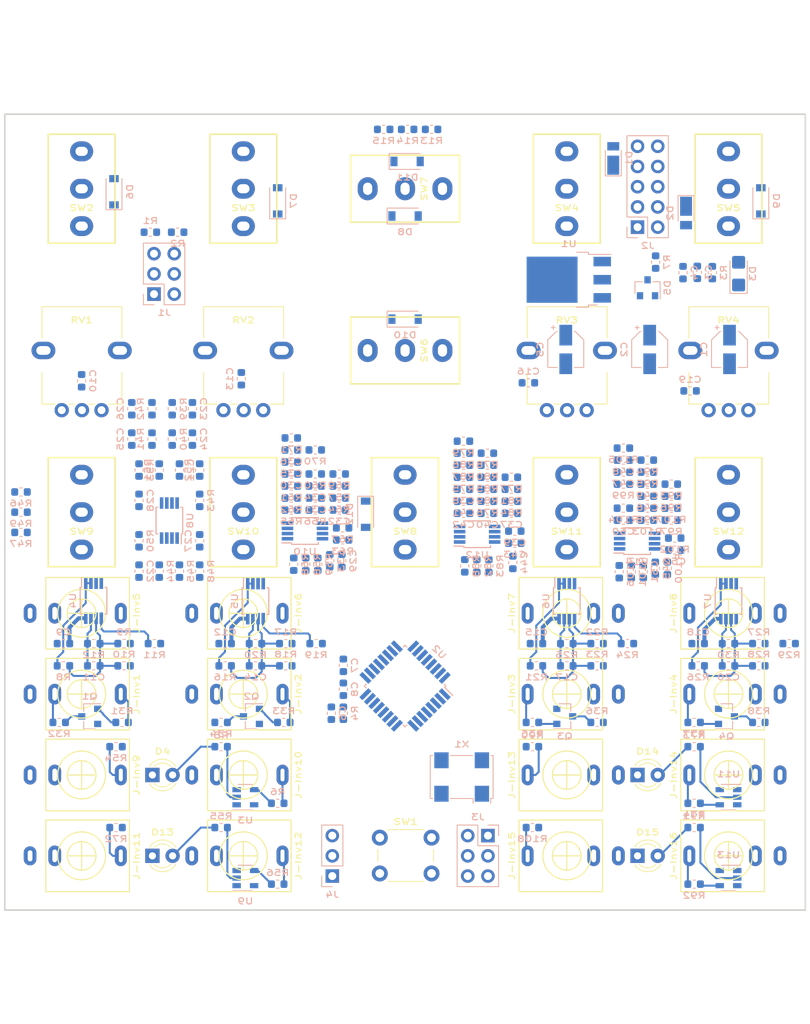
<source format=kicad_pcb>
(kicad_pcb (version 20171130) (host pcbnew 5.0.0-fee4fd1~66~ubuntu16.04.1)
  (layers (0 F.Cu signal) (31 B.Cu signal) (34 B.Paste user) (35 F.Paste user) (36 B.SilkS user) (37 F.SilkS user) (38 B.Mask user) (39 F.Mask user) (44 Edge.Cuts user))
  (net 0 "")
  (net 1 CV2)
  (net 2 "Net-(C23-Pad1)")
  (net 3 +5V)
  (net 4 CLK0)
  (net 5 "Net-(C19-Pad1)")
  (net 6 "Net-(C20-Pad2)")
  (net 7 END1)
  (net 8 STA1)
  (net 9 VRef-10)
  (net 10 END0)
  (net 11 STA0)
  (net 12 -12V)
  (net 13 RST1)
  (net 14 CLK1)
  (net 15 RST0)
  (net 16 "Net-(C34-Pad1)")
  (net 17 "Net-(C33-Pad1)")
  (net 18 "Net-(C32-Pad1)")
  (net 19 "Net-(C31-Pad1)")
  (net 20 "Net-(C28-Pad1)")
  (net 21 "Net-(C27-Pad1)")
  (net 22 "Net-(C26-Pad1)")
  (net 23 "Net-(C25-Pad1)")
  (net 24 "Net-(C24-Pad1)")
  (net 25 "Net-(D3-Pad2)")
  (net 26 CV0)
  (net 27 "Net-(C10-Pad1)")
  (net 28 CV1)
  (net 29 "Net-(C13-Pad1)")
  (net 30 "Net-(C16-Pad1)")
  (net 31 "Net-(C17-Pad2)")
  (net 32 CV3)
  (net 33 +12V)
  (net 34 TRIG0)
  (net 35 TRIG1)
  (net 36 TRIG2)
  (net 37 TRIG3)
  (net 38 "Net-(C39-Pad1)")
  (net 39 "Net-(C40-Pad1)")
  (net 40 "Net-(U2-Pad7)")
  (net 41 "Net-(C6-Pad2)")
  (net 42 SDA)
  (net 43 SCL)
  (net 44 "Net-(J-Inv9-PadTN)")
  (net 45 "Net-(D2-Pad1)")
  (net 46 "Net-(D1-Pad2)")
  (net 47 "Net-(Q1-Pad1)")
  (net 48 "Net-(Q4-Pad1)")
  (net 49 "Net-(Q3-Pad1)")
  (net 50 "Net-(Q2-Pad1)")
  (net 51 Sense2)
  (net 52 Sense1)
  (net 53 Sense0)
  (net 54 "Net-(D7-Pad2)")
  (net 55 "Net-(D6-Pad2)")
  (net 56 "Net-(D4-Pad2)")
  (net 57 "Net-(J3-Pad5)")
  (net 58 Scan0)
  (net 59 Scan1)
  (net 60 Scan2)
  (net 61 Scan3)
  (net 62 "Net-(D9-Pad2)")
  (net 63 /sheet5C192077/In)
  (net 64 /sheet5C188821/In)
  (net 65 /DigitalIn/In)
  (net 66 "Net-(R29-Pad1)")
  (net 67 /sheet5C1536DC/In)
  (net 68 "Net-(R26-Pad1)")
  (net 69 /sheet5C19208D/In)
  (net 70 "Net-(R24-Pad1)")
  (net 71 /sheet5C1536C4/In)
  (net 72 "Net-(C52-Pad1)")
  (net 73 /sheet5C25BEB7/Out)
  (net 74 "Net-(C52-Pad2)")
  (net 75 "Net-(R105-Pad2)")
  (net 76 "Net-(R102-Pad2)")
  (net 77 "Net-(C51-Pad1)")
  (net 78 "Net-(R101-Pad1)")
  (net 79 "Net-(R100-Pad2)")
  (net 80 "Net-(C51-Pad2)")
  (net 81 "Net-(R98-Pad2)")
  (net 82 "Net-(C50-Pad1)")
  (net 83 "Net-(C49-Pad1)")
  (net 84 "Net-(C48-Pad1)")
  (net 85 "Net-(C47-Pad1)")
  (net 86 "Net-(R92-Pad2)")
  (net 87 /sheet5C25BE94/Out)
  (net 88 "Net-(D15-Pad2)")
  (net 89 "Net-(C44-Pad1)")
  (net 90 /sheet5C25BE7D/Out)
  (net 91 "Net-(C44-Pad2)")
  (net 92 "Net-(R87-Pad2)")
  (net 93 "Net-(R84-Pad2)")
  (net 94 "Net-(C43-Pad1)")
  (net 95 "Net-(R83-Pad1)")
  (net 96 "Net-(R82-Pad2)")
  (net 97 "Net-(C43-Pad2)")
  (net 98 "Net-(R80-Pad2)")
  (net 99 "Net-(C42-Pad1)")
  (net 100 "Net-(C41-Pad1)")
  (net 101 "Net-(R74-Pad2)")
  (net 102 /sheet5C25BE68/Out)
  (net 103 "Net-(D14-Pad2)")
  (net 104 "Net-(C36-Pad1)")
  (net 105 /sheet5C230BC3/Out)
  (net 106 "Net-(C36-Pad2)")
  (net 107 "Net-(R69-Pad2)")
  (net 108 "Net-(R66-Pad2)")
  (net 109 "Net-(C35-Pad1)")
  (net 110 "Net-(R65-Pad1)")
  (net 111 "Net-(R64-Pad2)")
  (net 112 "Net-(C35-Pad2)")
  (net 113 "Net-(R62-Pad2)")
  (net 114 /sheet5C230BAE/Out)
  (net 115 "Net-(R56-Pad2)")
  (net 116 "Net-(D13-Pad2)")
  (net 117 /CVOut/Out)
  (net 118 "Net-(C28-Pad2)")
  (net 119 "Net-(R51-Pad2)")
  (net 120 "Net-(R48-Pad2)")
  (net 121 "Net-(R47-Pad1)")
  (net 122 "Net-(R46-Pad2)")
  (net 123 "Net-(C27-Pad2)")
  (net 124 "Net-(R44-Pad2)")
  (net 125 "Net-(R21-Pad1)")
  (net 126 "Net-(C14-Pad2)")
  (net 127 "Net-(R19-Pad1)")
  (net 128 /sheet5C14AC01/In)
  (net 129 /DigitalOut/Out)
  (net 130 "Net-(R6-Pad2)")
  (net 131 "Net-(R8-Pad1)")
  (net 132 "Net-(C11-Pad2)")
  (net 133 /CVIn/In)
  (net 134 "Net-(R11-Pad1)")
  (net 135 "Net-(R16-Pad1)")
  (net 136 "Net-(D8-Pad2)")
  (net 137 "Net-(D10-Pad1)")
  (net 138 "Net-(SW7-Pad1)")
  (net 139 "Net-(D11-Pad1)")
  (net 140 "Net-(D12-Pad1)")
  (net 141 "Net-(SW8-Pad1)")
  (net 142 "Net-(J-Inv16-PadTN)")
  (net 143 "Net-(J-Inv15-PadTN)")
  (net 144 "Net-(J-Inv14-PadTN)")
  (net 145 "Net-(J-Inv13-PadTN)")
  (net 146 "Net-(J-Inv12-PadTN)")
  (net 147 "Net-(J-Inv11-PadTN)")
  (net 148 "Net-(J-Inv10-PadTN)")
  (module Button_Switch_THT:SW_PUSH_6mm_H9.5mm (layer F.Cu) (at 145.32356 145.90268)
    (fp_text reference SW1 (at 3.25 -2) (layer F.SilkS) (effects (font (size 0.75 1))))
    (fp_text value SW_Push)
    (pad 2 thru_hole circle (at 0 4.5 90) (size 2 2) (drill 1.1) (layers *.Cu *.Mask))
    (pad 1 thru_hole circle (at 0 0 90) (size 2 2) (drill 1.1) (layers *.Cu *.Mask) (net 57 "Net-(J3-Pad5)"))
    (pad 2 thru_hole circle (at 6.5 4.5 90) (size 2 2) (drill 1.1) (layers *.Cu *.Mask))
    (pad 1 thru_hole circle (at 6.5 0 90) (size 2 2) (drill 1.1) (layers *.Cu *.Mask) (net 57 "Net-(J3-Pad5)"))
  )
  (module Capacitor_SMD:CP_Elec_4x5.8 (layer B.Cu) (at 189.26556 84.56168 270)
    (fp_text reference C1 (at 0 3.2 270) (layer B.SilkS) (effects (font (size 0.75 1)) (justify mirror)))
    (fp_text value 10u)
    (pad 1 smd rect (at -1.8 0 270) (size 2.6 1.6) (layers B.Cu B.Paste B.Mask) (net 33 +12V))
    (pad 2 smd rect (at 1.8 0 270) (size 2.6 1.6) (layers B.Cu B.Paste B.Mask))
  )
  (module Capacitor_SMD:CP_Elec_4x5.8 (layer B.Cu) (at 179.23256 84.56168 270)
    (fp_text reference C2 (at 0 3.2 270) (layer B.SilkS) (effects (font (size 0.75 1)) (justify mirror)))
    (fp_text value 10u)
    (pad 2 smd rect (at 1.8 0 270) (size 2.6 1.6) (layers B.Cu B.Paste B.Mask) (net 12 -12V))
    (pad 1 smd rect (at -1.8 0 270) (size 2.6 1.6) (layers B.Cu B.Paste B.Mask))
  )
  (module Capacitor_SMD:CP_Elec_4x5.8 (layer B.Cu) (at 168.69156 84.56168 270)
    (fp_text reference C5 (at 0 3.2 270) (layer B.SilkS) (effects (font (size 0.75 1)) (justify mirror)))
    (fp_text value 10u)
    (pad 1 smd rect (at -1.8 0 270) (size 2.6 1.6) (layers B.Cu B.Paste B.Mask) (net 3 +5V))
    (pad 2 smd rect (at 1.8 0 270) (size 2.6 1.6) (layers B.Cu B.Paste B.Mask))
  )
  (module Capacitor_SMD:C_0603_1608Metric (layer B.Cu) (at 183.42356 74.90968 90)
    (fp_text reference C4 (at 0 1.43 90) (layer B.SilkS) (effects (font (size 0.75 1)) (justify mirror)))
    (fp_text value 100n)
    (pad 1 smd roundrect (at -0.7875 0 90) (size 0.875 0.95) (layers B.Cu B.Paste B.Mask) (net 3 +5V))
    (pad 2 smd roundrect (at 0.7875 0 90) (size 0.875 0.95) (layers B.Cu B.Paste B.Mask))
  )
  (module Capacitor_SMD:C_0603_1608Metric (layer B.Cu) (at 139.234151 130.268679 90)
    (fp_text reference C6 (at 0 1.43 90) (layer B.SilkS) (effects (font (size 0.75 1)) (justify mirror)))
    (fp_text value 100n)
    (pad 2 smd roundrect (at 0.7875 0 90) (size 0.875 0.95) (layers B.Cu B.Paste B.Mask) (net 41 "Net-(C6-Pad2)"))
    (pad 1 smd roundrect (at -0.7875 0 90) (size 0.875 0.95) (layers B.Cu B.Paste B.Mask))
  )
  (module Capacitor_SMD:C_0603_1608Metric (layer B.Cu) (at 140.744151 124.248679 90)
    (fp_text reference C7 (at 0 1.43 90) (layer B.SilkS) (effects (font (size 0.75 1)) (justify mirror)))
    (fp_text value 100n)
    (pad 1 smd roundrect (at -0.7875 0 90) (size 0.875 0.95) (layers B.Cu B.Paste B.Mask) (net 3 +5V))
    (pad 2 smd roundrect (at 0.7875 0 90) (size 0.875 0.95) (layers B.Cu B.Paste B.Mask))
  )
  (module Capacitor_SMD:C_0603_1608Metric (layer B.Cu) (at 140.744151 127.258679 90)
    (fp_text reference C8 (at 0 1.43 90) (layer B.SilkS) (effects (font (size 0.75 1)) (justify mirror)))
    (fp_text value 100n)
    (pad 2 smd roundrect (at 0.7875 0 90) (size 0.875 0.95) (layers B.Cu B.Paste B.Mask) (net 3 +5V))
    (pad 1 smd roundrect (at -0.7875 0 90) (size 0.875 0.95) (layers B.Cu B.Paste B.Mask))
  )
  (module Capacitor_SMD:C_0603_1608Metric (layer B.Cu) (at 105.57256 121.51868 180)
    (fp_text reference C9 (at 0 1.43 180) (layer B.SilkS) (effects (font (size 0.75 1)) (justify mirror)))
    (fp_text value 100n)
    (pad 1 smd roundrect (at -0.7875 0 180) (size 0.875 0.95) (layers B.Cu B.Paste B.Mask) (net 3 +5V))
    (pad 2 smd roundrect (at 0.7875 0 180) (size 0.875 0.95) (layers B.Cu B.Paste B.Mask))
  )
  (module Capacitor_SMD:C_0603_1608Metric (layer B.Cu) (at 107.85856 88.49868 90)
    (fp_text reference C10 (at 0 1.43 90) (layer B.SilkS) (effects (font (size 0.75 1)) (justify mirror)))
    (fp_text value 100n)
    (pad 2 smd roundrect (at 0.7875 0 90) (size 0.875 0.95) (layers B.Cu B.Paste B.Mask))
    (pad 1 smd roundrect (at -0.7875 0 90) (size 0.875 0.95) (layers B.Cu B.Paste B.Mask) (net 27 "Net-(C10-Pad1)"))
  )
  (module Capacitor_SMD:C_0603_1608Metric (layer B.Cu) (at 109.38256 124.31268)
    (fp_text reference C11 (at 0 1.43) (layer B.SilkS) (effects (font (size 0.75 1)) (justify mirror)))
    (fp_text value 470p)
    (pad 1 smd roundrect (at -0.7875 0) (size 0.875 0.95) (layers B.Cu B.Paste B.Mask) (net 11 STA0))
    (pad 2 smd roundrect (at 0.7875 0) (size 0.875 0.95) (layers B.Cu B.Paste B.Mask) (net 132 "Net-(C11-Pad2)"))
  )
  (module Capacitor_SMD:C_0603_1608Metric (layer B.Cu) (at 125.89256 121.51868 180)
    (fp_text reference C12 (at 0 1.43 180) (layer B.SilkS) (effects (font (size 0.75 1)) (justify mirror)))
    (fp_text value 100n)
    (pad 2 smd roundrect (at 0.7875 0 180) (size 0.875 0.95) (layers B.Cu B.Paste B.Mask))
    (pad 1 smd roundrect (at -0.7875 0 180) (size 0.875 0.95) (layers B.Cu B.Paste B.Mask) (net 3 +5V))
  )
  (module Capacitor_SMD:C_0603_1608Metric (layer B.Cu) (at 127.92456 88.24468 270)
    (fp_text reference C13 (at 0 1.43 270) (layer B.SilkS) (effects (font (size 0.75 1)) (justify mirror)))
    (fp_text value 100n)
    (pad 1 smd roundrect (at -0.7875 0 270) (size 0.875 0.95) (layers B.Cu B.Paste B.Mask) (net 29 "Net-(C13-Pad1)"))
    (pad 2 smd roundrect (at 0.7875 0 270) (size 0.875 0.95) (layers B.Cu B.Paste B.Mask))
  )
  (module Capacitor_SMD:C_0603_1608Metric (layer B.Cu) (at 129.70256 124.31268)
    (fp_text reference C14 (at 0 1.43) (layer B.SilkS) (effects (font (size 0.75 1)) (justify mirror)))
    (fp_text value 470p)
    (pad 2 smd roundrect (at 0.7875 0) (size 0.875 0.95) (layers B.Cu B.Paste B.Mask) (net 126 "Net-(C14-Pad2)"))
    (pad 1 smd roundrect (at -0.7875 0) (size 0.875 0.95) (layers B.Cu B.Paste B.Mask) (net 10 END0))
  )
  (module Capacitor_SMD:C_0603_1608Metric (layer B.Cu) (at 165.00856 121.51868 180)
    (fp_text reference C15 (at 0 1.43 180) (layer B.SilkS) (effects (font (size 0.75 1)) (justify mirror)))
    (fp_text value 100n)
    (pad 1 smd roundrect (at -0.7875 0 180) (size 0.875 0.95) (layers B.Cu B.Paste B.Mask) (net 3 +5V))
    (pad 2 smd roundrect (at 0.7875 0 180) (size 0.875 0.95) (layers B.Cu B.Paste B.Mask))
  )
  (module Capacitor_SMD:C_0603_1608Metric (layer B.Cu) (at 182.380561 109.766271)
    (fp_text reference C52 (at 0 1.43) (layer B.SilkS) (effects (font (size 0.75 1)) (justify mirror)))
    (fp_text value 100p)
    (pad 2 smd roundrect (at 0.7875 0) (size 0.875 0.95) (layers B.Cu B.Paste B.Mask) (net 74 "Net-(C52-Pad2)"))
    (pad 1 smd roundrect (at -0.7875 0) (size 0.875 0.95) (layers B.Cu B.Paste B.Mask) (net 72 "Net-(C52-Pad1)"))
  )
  (module Capacitor_SMD:C_0603_1608Metric (layer B.Cu) (at 178.430151 112.488679 90)
    (fp_text reference C51 (at 0 1.43 90) (layer B.SilkS) (effects (font (size 0.75 1)) (justify mirror)))
    (fp_text value 100p)
    (pad 1 smd roundrect (at -0.7875 0 90) (size 0.875 0.95) (layers B.Cu B.Paste B.Mask) (net 77 "Net-(C51-Pad1)"))
    (pad 2 smd roundrect (at 0.7875 0 90) (size 0.875 0.95) (layers B.Cu B.Paste B.Mask) (net 80 "Net-(C51-Pad2)"))
  )
  (module Capacitor_SMD:C_0603_1608Metric (layer B.Cu) (at 175.930561 106.016271)
    (fp_text reference C50 (at 0 1.43) (layer B.SilkS) (effects (font (size 0.75 1)) (justify mirror)))
    (fp_text value 47n)
    (pad 2 smd roundrect (at 0.7875 0) (size 0.875 0.95) (layers B.Cu B.Paste B.Mask))
    (pad 1 smd roundrect (at -0.7875 0) (size 0.875 0.95) (layers B.Cu B.Paste B.Mask) (net 82 "Net-(C50-Pad1)"))
  )
  (module Capacitor_SMD:C_0603_1608Metric (layer B.Cu) (at 178.940561 101.486271)
    (fp_text reference C49 (at 0 1.43) (layer B.SilkS) (effects (font (size 0.75 1)) (justify mirror)))
    (fp_text value 47n)
    (pad 1 smd roundrect (at -0.7875 0) (size 0.875 0.95) (layers B.Cu B.Paste B.Mask) (net 83 "Net-(C49-Pad1)"))
    (pad 2 smd roundrect (at 0.7875 0) (size 0.875 0.95) (layers B.Cu B.Paste B.Mask))
  )
  (module Capacitor_SMD:C_0603_1608Metric (layer B.Cu) (at 175.930561 98.466271)
    (fp_text reference C48 (at 0 1.43) (layer B.SilkS) (effects (font (size 0.75 1)) (justify mirror)))
    (fp_text value 47n)
    (pad 2 smd roundrect (at 0.7875 0) (size 0.875 0.95) (layers B.Cu B.Paste B.Mask))
    (pad 1 smd roundrect (at -0.7875 0) (size 0.875 0.95) (layers B.Cu B.Paste B.Mask) (net 84 "Net-(C48-Pad1)"))
  )
  (module Capacitor_SMD:C_0603_1608Metric (layer B.Cu) (at 175.930561 99.976271)
    (fp_text reference C47 (at 0 1.43) (layer B.SilkS) (effects (font (size 0.75 1)) (justify mirror)))
    (fp_text value 47n)
    (pad 1 smd roundrect (at -0.7875 0) (size 0.875 0.95) (layers B.Cu B.Paste B.Mask) (net 85 "Net-(C47-Pad1)"))
    (pad 2 smd roundrect (at 0.7875 0) (size 0.875 0.95) (layers B.Cu B.Paste B.Mask))
  )
  (module Capacitor_SMD:C_0603_1608Metric (layer B.Cu) (at 178.940561 102.996271)
    (fp_text reference C46 (at 0 1.43) (layer B.SilkS) (effects (font (size 0.75 1)) (justify mirror)))
    (fp_text value 100n)
    (pad 2 smd roundrect (at 0.7875 0) (size 0.875 0.95) (layers B.Cu B.Paste B.Mask) (net 12 -12V))
    (pad 1 smd roundrect (at -0.7875 0) (size 0.875 0.95) (layers B.Cu B.Paste B.Mask))
  )
  (module Capacitor_SMD:C_0603_1608Metric (layer B.Cu) (at 179.940151 112.058679 90)
    (fp_text reference C45 (at 0 1.43 90) (layer B.SilkS) (effects (font (size 0.75 1)) (justify mirror)))
    (fp_text value 100n)
    (pad 1 smd roundrect (at -0.7875 0 90) (size 0.875 0.95) (layers B.Cu B.Paste B.Mask) (net 33 +12V))
    (pad 2 smd roundrect (at 0.7875 0 90) (size 0.875 0.95) (layers B.Cu B.Paste B.Mask))
  )
  (module Capacitor_SMD:C_0603_1608Metric (layer B.Cu) (at 162.040151 111.324679 90)
    (fp_text reference C44 (at 0 1.43 90) (layer B.SilkS) (effects (font (size 0.75 1)) (justify mirror)))
    (fp_text value 100p)
    (pad 1 smd roundrect (at -0.7875 0 90) (size 0.875 0.95) (layers B.Cu B.Paste B.Mask) (net 89 "Net-(C44-Pad1)"))
    (pad 2 smd roundrect (at 0.7875 0 90) (size 0.875 0.95) (layers B.Cu B.Paste B.Mask) (net 91 "Net-(C44-Pad2)"))
  )
  (module Capacitor_SMD:C_0603_1608Metric (layer B.Cu) (at 162.286561 108.898271)
    (fp_text reference C43 (at 0 1.43) (layer B.SilkS) (effects (font (size 0.75 1)) (justify mirror)))
    (fp_text value 100p)
    (pad 2 smd roundrect (at 0.7875 0) (size 0.875 0.95) (layers B.Cu B.Paste B.Mask) (net 97 "Net-(C43-Pad2)"))
    (pad 1 smd roundrect (at -0.7875 0) (size 0.875 0.95) (layers B.Cu B.Paste B.Mask) (net 94 "Net-(C43-Pad1)"))
  )
  (module Capacitor_SMD:C_0603_1608Metric (layer B.Cu) (at 155.836561 105.148271)
    (fp_text reference C42 (at 0 1.43) (layer B.SilkS) (effects (font (size 0.75 1)) (justify mirror)))
    (fp_text value 47n)
    (pad 1 smd roundrect (at -0.7875 0) (size 0.875 0.95) (layers B.Cu B.Paste B.Mask) (net 99 "Net-(C42-Pad1)"))
    (pad 2 smd roundrect (at 0.7875 0) (size 0.875 0.95) (layers B.Cu B.Paste B.Mask))
  )
  (module Capacitor_SMD:C_0603_1608Metric (layer B.Cu) (at 185.219698 74.876309 90)
    (fp_text reference C3 (at 0 1.43 90) (layer B.SilkS) (effects (font (size 0.75 1)) (justify mirror)))
    (fp_text value 100n)
    (pad 1 smd roundrect (at -0.7875 0 90) (size 0.875 0.95) (layers B.Cu B.Paste B.Mask) (net 33 +12V))
    (pad 2 smd roundrect (at 0.7875 0 90) (size 0.875 0.95) (layers B.Cu B.Paste B.Mask))
  )
  (module Capacitor_SMD:C_0603_1608Metric (layer B.Cu) (at 155.836561 103.638271)
    (fp_text reference C41 (at 0 1.43) (layer B.SilkS) (effects (font (size 0.75 1)) (justify mirror)))
    (fp_text value 47n)
    (pad 1 smd roundrect (at -0.7875 0) (size 0.875 0.95) (layers B.Cu B.Paste B.Mask) (net 100 "Net-(C41-Pad1)"))
    (pad 2 smd roundrect (at 0.7875 0) (size 0.875 0.95) (layers B.Cu B.Paste B.Mask))
  )
  (module Capacitor_SMD:C_0603_1608Metric (layer B.Cu) (at 158.846561 105.148271)
    (fp_text reference C40 (at 0 1.43) (layer B.SilkS) (effects (font (size 0.75 1)) (justify mirror)))
    (fp_text value 47n)
    (pad 2 smd roundrect (at 0.7875 0) (size 0.875 0.95) (layers B.Cu B.Paste B.Mask))
    (pad 1 smd roundrect (at -0.7875 0) (size 0.875 0.95) (layers B.Cu B.Paste B.Mask) (net 39 "Net-(C40-Pad1)"))
  )
  (module Capacitor_SMD:C_0603_1608Metric (layer B.Cu) (at 162.286561 107.388271)
    (fp_text reference C39 (at 0 1.43) (layer B.SilkS) (effects (font (size 0.75 1)) (justify mirror)))
    (fp_text value 47n)
    (pad 1 smd roundrect (at -0.7875 0) (size 0.875 0.95) (layers B.Cu B.Paste B.Mask) (net 38 "Net-(C39-Pad1)"))
    (pad 2 smd roundrect (at 0.7875 0) (size 0.875 0.95) (layers B.Cu B.Paste B.Mask))
  )
  (module Capacitor_SMD:C_0603_1608Metric (layer B.Cu) (at 155.836561 102.128271)
    (fp_text reference C38 (at 0 1.43) (layer B.SilkS) (effects (font (size 0.75 1)) (justify mirror)))
    (fp_text value 100n)
    (pad 2 smd roundrect (at 0.7875 0) (size 0.875 0.95) (layers B.Cu B.Paste B.Mask) (net 12 -12V))
    (pad 1 smd roundrect (at -0.7875 0) (size 0.875 0.95) (layers B.Cu B.Paste B.Mask))
  )
  (module Capacitor_SMD:C_0603_1608Metric (layer B.Cu) (at 163.99256 88.75268 180)
    (fp_text reference C16 (at 0 1.43 180) (layer B.SilkS) (effects (font (size 0.75 1)) (justify mirror)))
    (fp_text value 100n)
    (pad 2 smd roundrect (at 0.7875 0 180) (size 0.875 0.95) (layers B.Cu B.Paste B.Mask))
    (pad 1 smd roundrect (at -0.7875 0 180) (size 0.875 0.95) (layers B.Cu B.Paste B.Mask) (net 30 "Net-(C16-Pad1)"))
  )
  (module Capacitor_SMD:C_0603_1608Metric (layer B.Cu) (at 168.81856 124.31268)
    (fp_text reference C17 (at 0 1.43) (layer B.SilkS) (effects (font (size 0.75 1)) (justify mirror)))
    (fp_text value 470p)
    (pad 1 smd roundrect (at -0.7875 0) (size 0.875 0.95) (layers B.Cu B.Paste B.Mask) (net 8 STA1))
    (pad 2 smd roundrect (at 0.7875 0) (size 0.875 0.95) (layers B.Cu B.Paste B.Mask) (net 31 "Net-(C17-Pad2)"))
  )
  (module Capacitor_SMD:C_0603_1608Metric (layer B.Cu) (at 185.32856 121.51868 180)
    (fp_text reference C18 (at 0 1.43 180) (layer B.SilkS) (effects (font (size 0.75 1)) (justify mirror)))
    (fp_text value 100n)
    (pad 2 smd roundrect (at 0.7875 0 180) (size 0.875 0.95) (layers B.Cu B.Paste B.Mask))
    (pad 1 smd roundrect (at -0.7875 0 180) (size 0.875 0.95) (layers B.Cu B.Paste B.Mask) (net 3 +5V))
  )
  (module Capacitor_SMD:C_0603_1608Metric (layer B.Cu) (at 184.31256 89.76868 180)
    (fp_text reference C19 (at 0 1.43 180) (layer B.SilkS) (effects (font (size 0.75 1)) (justify mirror)))
    (fp_text value 100n)
    (pad 1 smd roundrect (at -0.7875 0 180) (size 0.875 0.95) (layers B.Cu B.Paste B.Mask) (net 5 "Net-(C19-Pad1)"))
    (pad 2 smd roundrect (at 0.7875 0 180) (size 0.875 0.95) (layers B.Cu B.Paste B.Mask))
  )
  (module Capacitor_SMD:C_0603_1608Metric (layer B.Cu) (at 189.13856 124.31268)
    (fp_text reference C20 (at 0 1.43) (layer B.SilkS) (effects (font (size 0.75 1)) (justify mirror)))
    (fp_text value 470p)
    (pad 2 smd roundrect (at 0.7875 0) (size 0.875 0.95) (layers B.Cu B.Paste B.Mask) (net 6 "Net-(C20-Pad2)"))
    (pad 1 smd roundrect (at -0.7875 0) (size 0.875 0.95) (layers B.Cu B.Paste B.Mask) (net 7 END1))
  )
  (module Capacitor_SMD:C_0603_1608Metric (layer B.Cu) (at 120.152634 99.712019 90)
    (fp_text reference C21 (at 0 1.43 90) (layer B.SilkS) (effects (font (size 0.75 1)) (justify mirror)))
    (fp_text value 100n)
    (pad 1 smd roundrect (at -0.7875 0 90) (size 0.875 0.95) (layers B.Cu B.Paste B.Mask) (net 33 +12V))
    (pad 2 smd roundrect (at 0.7875 0 90) (size 0.875 0.95) (layers B.Cu B.Paste B.Mask))
  )
  (module Capacitor_SMD:C_0603_1608Metric (layer B.Cu) (at 115.072634 112.412019 90)
    (fp_text reference C22 (at 0 1.43 90) (layer B.SilkS) (effects (font (size 0.75 1)) (justify mirror)))
    (fp_text value 100n)
    (pad 2 smd roundrect (at 0.7875 0 90) (size 0.875 0.95) (layers B.Cu B.Paste B.Mask) (net 12 -12V))
    (pad 1 smd roundrect (at -0.7875 0 90) (size 0.875 0.95) (layers B.Cu B.Paste B.Mask))
  )
  (module Capacitor_SMD:C_0603_1608Metric (layer B.Cu) (at 121.779032 92.015841 90)
    (fp_text reference C23 (at 0 1.43 90) (layer B.SilkS) (effects (font (size 0.75 1)) (justify mirror)))
    (fp_text value 47n)
    (pad 1 smd roundrect (at -0.7875 0 90) (size 0.875 0.95) (layers B.Cu B.Paste B.Mask) (net 2 "Net-(C23-Pad1)"))
    (pad 2 smd roundrect (at 0.7875 0 90) (size 0.875 0.95) (layers B.Cu B.Paste B.Mask))
  )
  (module Capacitor_SMD:C_0603_1608Metric (layer B.Cu) (at 121.779032 95.825841 90)
    (fp_text reference C24 (at 0 1.43 90) (layer B.SilkS) (effects (font (size 0.75 1)) (justify mirror)))
    (fp_text value 47n)
    (pad 2 smd roundrect (at 0.7875 0 90) (size 0.875 0.95) (layers B.Cu B.Paste B.Mask))
    (pad 1 smd roundrect (at -0.7875 0 90) (size 0.875 0.95) (layers B.Cu B.Paste B.Mask) (net 24 "Net-(C24-Pad1)"))
  )
  (module Capacitor_SMD:C_0603_1608Metric (layer B.Cu) (at 114.159032 95.825841 270)
    (fp_text reference C25 (at 0 1.43 270) (layer B.SilkS) (effects (font (size 0.75 1)) (justify mirror)))
    (fp_text value 47n)
    (pad 1 smd roundrect (at -0.7875 0 270) (size 0.875 0.95) (layers B.Cu B.Paste B.Mask) (net 23 "Net-(C25-Pad1)"))
    (pad 2 smd roundrect (at 0.7875 0 270) (size 0.875 0.95) (layers B.Cu B.Paste B.Mask))
  )
  (module Capacitor_SMD:C_0603_1608Metric (layer B.Cu) (at 114.159032 92.015841 270)
    (fp_text reference C26 (at 0 1.43 270) (layer B.SilkS) (effects (font (size 0.75 1)) (justify mirror)))
    (fp_text value 47n)
    (pad 2 smd roundrect (at 0.7875 0 270) (size 0.875 0.95) (layers B.Cu B.Paste B.Mask))
    (pad 1 smd roundrect (at -0.7875 0 270) (size 0.875 0.95) (layers B.Cu B.Paste B.Mask) (net 22 "Net-(C26-Pad1)"))
  )
  (module Capacitor_SMD:C_0603_1608Metric (layer B.Cu) (at 122.692634 108.602019 270)
    (fp_text reference C27 (at 0 1.43 270) (layer B.SilkS) (effects (font (size 0.75 1)) (justify mirror)))
    (fp_text value 100p)
    (pad 1 smd roundrect (at -0.7875 0 270) (size 0.875 0.95) (layers B.Cu B.Paste B.Mask) (net 21 "Net-(C27-Pad1)"))
    (pad 2 smd roundrect (at 0.7875 0 270) (size 0.875 0.95) (layers B.Cu B.Paste B.Mask) (net 123 "Net-(C27-Pad2)"))
  )
  (module Capacitor_SMD:C_0603_1608Metric (layer B.Cu) (at 115.072634 103.522019 90)
    (fp_text reference C28 (at 0 1.43 90) (layer B.SilkS) (effects (font (size 0.75 1)) (justify mirror)))
    (fp_text value 100p)
    (pad 2 smd roundrect (at 0.7875 0 90) (size 0.875 0.95) (layers B.Cu B.Paste B.Mask) (net 118 "Net-(C28-Pad2)"))
    (pad 1 smd roundrect (at -0.7875 0 90) (size 0.875 0.95) (layers B.Cu B.Paste B.Mask) (net 20 "Net-(C28-Pad1)"))
  )
  (module Capacitor_SMD:C_0603_1608Metric (layer B.Cu) (at 140.550151 111.114679 90)
    (fp_text reference C29 (at 0 1.43 90) (layer B.SilkS) (effects (font (size 0.75 1)) (justify mirror)))
    (fp_text value 100n)
    (pad 1 smd roundrect (at -0.7875 0 90) (size 0.875 0.95) (layers B.Cu B.Paste B.Mask) (net 33 +12V))
    (pad 2 smd roundrect (at 0.7875 0 90) (size 0.875 0.95) (layers B.Cu B.Paste B.Mask))
  )
  (module Capacitor_SMD:C_0603_1608Metric (layer B.Cu) (at 134.202561 100.210271)
    (fp_text reference C30 (at 0 1.43) (layer B.SilkS) (effects (font (size 0.75 1)) (justify mirror)))
    (fp_text value 100n)
    (pad 2 smd roundrect (at 0.7875 0) (size 0.875 0.95) (layers B.Cu B.Paste B.Mask) (net 12 -12V))
    (pad 1 smd roundrect (at -0.7875 0) (size 0.875 0.95) (layers B.Cu B.Paste B.Mask))
  )
  (module Capacitor_SMD:C_0603_1608Metric (layer B.Cu) (at 137.212561 103.230271)
    (fp_text reference C31 (at 0 1.43) (layer B.SilkS) (effects (font (size 0.75 1)) (justify mirror)))
    (fp_text value 47n)
    (pad 1 smd roundrect (at -0.7875 0) (size 0.875 0.95) (layers B.Cu B.Paste B.Mask) (net 19 "Net-(C31-Pad1)"))
    (pad 2 smd roundrect (at 0.7875 0) (size 0.875 0.95) (layers B.Cu B.Paste B.Mask))
  )
  (module Capacitor_SMD:C_0603_1608Metric (layer B.Cu) (at 140.222561 104.740271)
    (fp_text reference C32 (at 0 1.43) (layer B.SilkS) (effects (font (size 0.75 1)) (justify mirror)))
    (fp_text value 47n)
    (pad 2 smd roundrect (at 0.7875 0) (size 0.875 0.95) (layers B.Cu B.Paste B.Mask))
    (pad 1 smd roundrect (at -0.7875 0) (size 0.875 0.95) (layers B.Cu B.Paste B.Mask) (net 18 "Net-(C32-Pad1)"))
  )
  (module Capacitor_SMD:C_0603_1608Metric (layer B.Cu) (at 139.040151 111.114679 90)
    (fp_text reference C33 (at 0 1.43 90) (layer B.SilkS) (effects (font (size 0.75 1)) (justify mirror)))
    (fp_text value 47n)
    (pad 1 smd roundrect (at -0.7875 0 90) (size 0.875 0.95) (layers B.Cu B.Paste B.Mask) (net 17 "Net-(C33-Pad1)"))
    (pad 2 smd roundrect (at 0.7875 0 90) (size 0.875 0.95) (layers B.Cu B.Paste B.Mask))
  )
  (module Capacitor_SMD:C_0603_1608Metric (layer B.Cu) (at 137.212561 101.720271)
    (fp_text reference C34 (at 0 1.43) (layer B.SilkS) (effects (font (size 0.75 1)) (justify mirror)))
    (fp_text value 47n)
    (pad 2 smd roundrect (at 0.7875 0) (size 0.875 0.95) (layers B.Cu B.Paste B.Mask))
    (pad 1 smd roundrect (at -0.7875 0) (size 0.875 0.95) (layers B.Cu B.Paste B.Mask) (net 16 "Net-(C34-Pad1)"))
  )
  (module Capacitor_SMD:C_0603_1608Metric (layer B.Cu) (at 134.202561 98.700271)
    (fp_text reference C35 (at 0 1.43) (layer B.SilkS) (effects (font (size 0.75 1)) (justify mirror)))
    (fp_text value 100p)
    (pad 1 smd roundrect (at -0.7875 0) (size 0.875 0.95) (layers B.Cu B.Paste B.Mask) (net 109 "Net-(C35-Pad1)"))
    (pad 2 smd roundrect (at 0.7875 0) (size 0.875 0.95) (layers B.Cu B.Paste B.Mask) (net 112 "Net-(C35-Pad2)"))
  )
  (module Capacitor_SMD:C_0603_1608Metric (layer B.Cu) (at 134.202561 97.190271)
    (fp_text reference C36 (at 0 1.43) (layer B.SilkS) (effects (font (size 0.75 1)) (justify mirror)))
    (fp_text value 100p)
    (pad 2 smd roundrect (at 0.7875 0) (size 0.875 0.95) (layers B.Cu B.Paste B.Mask) (net 106 "Net-(C36-Pad2)"))
    (pad 1 smd roundrect (at -0.7875 0) (size 0.875 0.95) (layers B.Cu B.Paste B.Mask) (net 104 "Net-(C36-Pad1)"))
  )
  (module Capacitor_SMD:C_0603_1608Metric (layer B.Cu) (at 161.856561 105.148271)
    (fp_text reference C37 (at 0 1.43) (layer B.SilkS) (effects (font (size 0.75 1)) (justify mirror)))
    (fp_text value 100n)
    (pad 2 smd roundrect (at 0.7875 0) (size 0.875 0.95) (layers B.Cu B.Paste B.Mask))
    (pad 1 smd roundrect (at -0.7875 0) (size 0.875 0.95) (layers B.Cu B.Paste B.Mask) (net 33 +12V))
  )
  (module Connector_PinHeader_2.54mm:PinHeader_1x03_P2.54mm_Vertical (layer B.Cu) (at 139.35456 150.72868)
    (fp_text reference J4 (at 0 2.33) (layer B.SilkS) (effects (font (size 0.75 1)) (justify mirror)))
    (fp_text value Conn_01x03)
    (pad 1 thru_hole rect (at 0 0) (size 1.7 1.7) (drill 1) (layers *.Cu *.Mask))
    (pad 2 thru_hole oval (at 0 -2.54) (size 1.7 1.7) (drill 1) (layers *.Cu *.Mask) (net 53 Sense0))
    (pad 3 thru_hole oval (at 0 -5.08) (size 1.7 1.7) (drill 1) (layers *.Cu *.Mask) (net 32 CV3))
  )
  (module Connector_PinHeader_2.54mm:PinHeader_2x03_P2.54mm_Vertical (layer B.Cu) (at 158.91256 145.64868 180)
    (fp_text reference J3 (at 1.27 2.33 180) (layer B.SilkS) (effects (font (size 0.75 1)) (justify mirror)))
    (fp_text value Conn_02x03_Odd_Even)
    (pad 6 thru_hole oval (at 2.54 -5.08 180) (size 1.7 1.7) (drill 1) (layers *.Cu *.Mask))
    (pad 5 thru_hole oval (at 0 -5.08 180) (size 1.7 1.7) (drill 1) (layers *.Cu *.Mask) (net 57 "Net-(J3-Pad5)"))
    (pad 4 thru_hole oval (at 2.54 -2.54 180) (size 1.7 1.7) (drill 1) (layers *.Cu *.Mask) (net 35 TRIG1))
    (pad 3 thru_hole oval (at 0 -2.54 180) (size 1.7 1.7) (drill 1) (layers *.Cu *.Mask) (net 37 TRIG3))
    (pad 2 thru_hole oval (at 2.54 0 180) (size 1.7 1.7) (drill 1) (layers *.Cu *.Mask) (net 3 +5V))
    (pad 1 thru_hole rect (at 0 0 180) (size 1.7 1.7) (drill 1) (layers *.Cu *.Mask) (net 36 TRIG2))
  )
  (module Connector_PinHeader_2.54mm:PinHeader_2x03_P2.54mm_Vertical (layer B.Cu) (at 116.952561 77.609271)
    (fp_text reference J1 (at 1.27 2.33) (layer B.SilkS) (effects (font (size 0.75 1)) (justify mirror)))
    (fp_text value Conn_02x03_Odd_Even)
    (pad 1 thru_hole rect (at 0 0) (size 1.7 1.7) (drill 1) (layers *.Cu *.Mask))
    (pad 2 thru_hole oval (at 2.54 0) (size 1.7 1.7) (drill 1) (layers *.Cu *.Mask))
    (pad 3 thru_hole oval (at 0 -2.54) (size 1.7 1.7) (drill 1) (layers *.Cu *.Mask) (net 42 SDA))
    (pad 4 thru_hole oval (at 2.54 -2.54) (size 1.7 1.7) (drill 1) (layers *.Cu *.Mask) (net 43 SCL))
    (pad 5 thru_hole oval (at 0 -5.08) (size 1.7 1.7) (drill 1) (layers *.Cu *.Mask) (net 3 +5V))
    (pad 6 thru_hole oval (at 2.54 -5.08) (size 1.7 1.7) (drill 1) (layers *.Cu *.Mask) (net 3 +5V))
  )
  (module Connector_PinHeader_2.54mm:PinHeader_2x05_P2.54mm_Vertical (layer B.Cu) (at 177.70856 69.19468)
    (fp_text reference J2 (at 1.27 2.33) (layer B.SilkS) (effects (font (size 0.75 1)) (justify mirror)))
    (fp_text value Conn_02x05_Odd_Even)
    (pad 1 thru_hole rect (at 0 0) (size 1.7 1.7) (drill 1) (layers *.Cu *.Mask) (net 45 "Net-(D2-Pad1)"))
    (pad 2 thru_hole oval (at 2.54 0) (size 1.7 1.7) (drill 1) (layers *.Cu *.Mask) (net 45 "Net-(D2-Pad1)"))
    (pad 3 thru_hole oval (at 0 -2.54) (size 1.7 1.7) (drill 1) (layers *.Cu *.Mask))
    (pad 4 thru_hole oval (at 2.54 -2.54) (size 1.7 1.7) (drill 1) (layers *.Cu *.Mask))
    (pad 5 thru_hole oval (at 0 -5.08) (size 1.7 1.7) (drill 1) (layers *.Cu *.Mask))
    (pad 6 thru_hole oval (at 2.54 -5.08) (size 1.7 1.7) (drill 1) (layers *.Cu *.Mask))
    (pad 7 thru_hole oval (at 0 -7.62) (size 1.7 1.7) (drill 1) (layers *.Cu *.Mask))
    (pad 8 thru_hole oval (at 2.54 -7.62) (size 1.7 1.7) (drill 1) (layers *.Cu *.Mask))
    (pad 9 thru_hole oval (at 0 -10.16) (size 1.7 1.7) (drill 1) (layers *.Cu *.Mask) (net 46 "Net-(D1-Pad2)"))
    (pad 10 thru_hole oval (at 2.54 -10.16) (size 1.7 1.7) (drill 1) (layers *.Cu *.Mask) (net 46 "Net-(D1-Pad2)"))
  )
  (module Diode_SMD:D_PowerDI-123 (layer B.Cu) (at 174.66056 60.55868 90)
    (fp_text reference D1 (at 0 2 90) (layer B.SilkS) (effects (font (size 0.75 1)) (justify mirror)))
    (fp_text value DFLR1400-7)
    (pad 2 smd rect (at 1.525 0 270) (size 1.05 1.5) (layers B.Cu B.Paste B.Mask) (net 46 "Net-(D1-Pad2)"))
    (pad 1 smd rect (at -0.85 0 270) (size 2.4 1.5) (layers B.Cu B.Paste B.Mask) (net 33 +12V))
  )
  (module Diode_SMD:D_PowerDI-123 (layer B.Cu) (at 183.80456 67.41668 270)
    (fp_text reference D2 (at 0 2 270) (layer B.SilkS) (effects (font (size 0.75 1)) (justify mirror)))
    (fp_text value DFLR1400-7)
    (pad 1 smd rect (at -0.85 0 90) (size 2.4 1.5) (layers B.Cu B.Paste B.Mask) (net 45 "Net-(D2-Pad1)"))
    (pad 2 smd rect (at 1.525 0 90) (size 1.05 1.5) (layers B.Cu B.Paste B.Mask) (net 12 -12V))
  )
  (module Diode_SMD:D_SOD-123 (layer B.Cu) (at 148.75256 60.93968)
    (fp_text reference D11 (at 0 2) (layer B.SilkS) (effects (font (size 0.75 1)) (justify mirror)))
    (fp_text value 1N4148)
    (pad 1 smd rect (at -1.65 0) (size 0.9 1.2) (layers B.Cu B.Paste B.Mask) (net 139 "Net-(D11-Pad1)"))
    (pad 2 smd rect (at 1.65 0) (size 0.9 1.2) (layers B.Cu B.Paste B.Mask) (net 51 Sense2))
  )
  (module Diode_SMD:D_SOD-123 (layer B.Cu) (at 143.54556 105.26268 270)
    (fp_text reference D12 (at 0 2 270) (layer B.SilkS) (effects (font (size 0.75 1)) (justify mirror)))
    (fp_text value 1N4148)
    (pad 2 smd rect (at 1.65 0 270) (size 0.9 1.2) (layers B.Cu B.Paste B.Mask) (net 51 Sense2))
    (pad 1 smd rect (at -1.65 0 270) (size 0.9 1.2) (layers B.Cu B.Paste B.Mask) (net 140 "Net-(D12-Pad1)"))
  )
  (module Diode_SMD:D_SOD-123 (layer B.Cu) (at 148.49856 67.79768)
    (fp_text reference D8 (at 0 2) (layer B.SilkS) (effects (font (size 0.75 1)) (justify mirror)))
    (fp_text value 1N4148)
    (pad 1 smd rect (at -1.65 0) (size 0.9 1.2) (layers B.Cu B.Paste B.Mask) (net 60 Scan2))
    (pad 2 smd rect (at 1.65 0) (size 0.9 1.2) (layers B.Cu B.Paste B.Mask) (net 136 "Net-(D8-Pad2)"))
  )
  (module Diode_SMD:D_SOD-123 (layer B.Cu) (at 148.49856 80.75168)
    (fp_text reference D10 (at 0 2) (layer B.SilkS) (effects (font (size 0.75 1)) (justify mirror)))
    (fp_text value 1N4148)
    (pad 2 smd rect (at 1.65 0) (size 0.9 1.2) (layers B.Cu B.Paste B.Mask) (net 51 Sense2))
    (pad 1 smd rect (at -1.65 0) (size 0.9 1.2) (layers B.Cu B.Paste B.Mask) (net 137 "Net-(D10-Pad1)"))
  )
  (module Diode_SMD:D_SOD-123 (layer B.Cu) (at 193.20256 65.89268 90)
    (fp_text reference D9 (at 0 2 90) (layer B.SilkS) (effects (font (size 0.75 1)) (justify mirror)))
    (fp_text value 1N4148)
    (pad 1 smd rect (at -1.65 0 90) (size 0.9 1.2) (layers B.Cu B.Paste B.Mask) (net 61 Scan3))
    (pad 2 smd rect (at 1.65 0 90) (size 0.9 1.2) (layers B.Cu B.Paste B.Mask) (net 62 "Net-(D9-Pad2)"))
  )
  (module Diode_SMD:D_SOD-123 (layer B.Cu) (at 111.92256 64.74968 90)
    (fp_text reference D6 (at 0 2 90) (layer B.SilkS) (effects (font (size 0.75 1)) (justify mirror)))
    (fp_text value 1N4148)
    (pad 2 smd rect (at 1.65 0 90) (size 0.9 1.2) (layers B.Cu B.Paste B.Mask) (net 55 "Net-(D6-Pad2)"))
    (pad 1 smd rect (at -1.65 0 90) (size 0.9 1.2) (layers B.Cu B.Paste B.Mask) (net 58 Scan0))
  )
  (module Diode_SMD:D_SOD-123 (layer B.Cu) (at 132.49656 65.89268 90)
    (fp_text reference D7 (at 0 2 90) (layer B.SilkS) (effects (font (size 0.75 1)) (justify mirror)))
    (fp_text value 1N4148)
    (pad 1 smd rect (at -1.65 0 90) (size 0.9 1.2) (layers B.Cu B.Paste B.Mask) (net 59 Scan1))
    (pad 2 smd rect (at 1.65 0 90) (size 0.9 1.2) (layers B.Cu B.Paste B.Mask) (net 54 "Net-(D7-Pad2)"))
  )
  (module LED_SMD:LED_1206_3216Metric_Castellated (layer B.Cu) (at 190.40856 75.03668 90)
    (fp_text reference D3 (at 0 1.78 90) (layer B.SilkS) (effects (font (size 0.75 1)) (justify mirror)))
    (fp_text value LED)
    (pad 1 smd roundrect (at -1.425 0 90) (size 1.6 1.65) (layers B.Cu B.Paste B.Mask) (roundrect_rratio 0.15625))
    (pad 2 smd roundrect (at 1.425 0 90) (size 1.6 1.65) (layers B.Cu B.Paste B.Mask) (roundrect_rratio 0.15625) (net 25 "Net-(D3-Pad2)"))
  )
  (module LED_THT:LED_D3.0mm (layer F.Cu) (at 177.70856 148.18868)
    (fp_text reference D15 (at 1.27 -2.96) (layer F.SilkS) (effects (font (size 0.75 1))))
    (fp_text value LED)
    (pad 2 thru_hole circle (at 2.54 0) (size 1.8 1.8) (drill 0.9) (layers *.Cu *.Mask) (net 88 "Net-(D15-Pad2)"))
    (pad 1 thru_hole rect (at 0 0) (size 1.8 1.8) (drill 0.9) (layers *.Cu *.Mask))
  )
  (module LED_THT:LED_D3.0mm (layer F.Cu) (at 177.70856 138.02868)
    (fp_text reference D14 (at 1.27 -2.96) (layer F.SilkS) (effects (font (size 0.75 1))))
    (fp_text value LED)
    (pad 1 thru_hole rect (at 0 0) (size 1.8 1.8) (drill 0.9) (layers *.Cu *.Mask))
    (pad 2 thru_hole circle (at 2.54 0) (size 1.8 1.8) (drill 0.9) (layers *.Cu *.Mask) (net 103 "Net-(D14-Pad2)"))
  )
  (module LED_THT:LED_D3.0mm (layer F.Cu) (at 116.74856 148.18868)
    (fp_text reference D13 (at 1.27 -2.96) (layer F.SilkS) (effects (font (size 0.75 1))))
    (fp_text value LED)
    (pad 2 thru_hole circle (at 2.54 0) (size 1.8 1.8) (drill 0.9) (layers *.Cu *.Mask) (net 116 "Net-(D13-Pad2)"))
    (pad 1 thru_hole rect (at 0 0) (size 1.8 1.8) (drill 0.9) (layers *.Cu *.Mask))
  )
  (module LED_THT:LED_D3.0mm (layer F.Cu) (at 116.74856 138.02868)
    (fp_text reference D4 (at 1.27 -2.96) (layer F.SilkS) (effects (font (size 0.75 1))))
    (fp_text value LED)
    (pad 1 thru_hole rect (at 0 0) (size 1.8 1.8) (drill 0.9) (layers *.Cu *.Mask))
    (pad 2 thru_hole circle (at 2.54 0) (size 1.8 1.8) (drill 0.9) (layers *.Cu *.Mask) (net 56 "Net-(D4-Pad2)"))
  )
  (module Local:AlpsRK09K (layer F.Cu) (at 128.17856 84.68868)
    (fp_text reference RV2 (at 0 -3.81 180) (layer F.SilkS) (effects (font (size 0.75 1))))
    (fp_text value 100k)
    (pad "" np_thru_hole oval (at 4.8 0) (size 3 2.2) (drill oval 1.8 1.1) (layers *.Cu *.Mask))
    (pad 3 thru_hole circle (at -2.5 7.50001 90) (size 1.8 1.8) (drill 1) (layers *.Cu *.Mask))
    (pad 2 thru_hole circle (at 0.04 7.50001 90) (size 1.8 1.8) (drill 1) (layers *.Cu *.Mask) (net 29 "Net-(C13-Pad1)"))
    (pad 1 thru_hole circle (at 2.5 7.50001 90) (size 1.8 1.8) (drill 1) (layers *.Cu *.Mask) (net 3 +5V))
    (pad "" np_thru_hole oval (at -4.8 0) (size 3 2.2) (drill oval 1.8 1.1) (layers *.Cu *.Mask))
  )
  (module Local:AlpsRK09K (layer F.Cu) (at 168.81856 84.68868)
    (fp_text reference RV3 (at 0 -3.81 180) (layer F.SilkS) (effects (font (size 0.75 1))))
    (fp_text value 100k)
    (pad "" np_thru_hole oval (at -4.8 0) (size 3 2.2) (drill oval 1.8 1.1) (layers *.Cu *.Mask))
    (pad 1 thru_hole circle (at 2.5 7.50001 90) (size 1.8 1.8) (drill 1) (layers *.Cu *.Mask) (net 3 +5V))
    (pad 2 thru_hole circle (at 0.04 7.50001 90) (size 1.8 1.8) (drill 1) (layers *.Cu *.Mask) (net 30 "Net-(C16-Pad1)"))
    (pad 3 thru_hole circle (at -2.5 7.50001 90) (size 1.8 1.8) (drill 1) (layers *.Cu *.Mask))
    (pad "" np_thru_hole oval (at 4.8 0) (size 3 2.2) (drill oval 1.8 1.1) (layers *.Cu *.Mask))
  )
  (module Local:AlpsRK09K (layer F.Cu) (at 189.13856 84.68868)
    (fp_text reference RV4 (at 0 -3.81 180) (layer F.SilkS) (effects (font (size 0.75 1))))
    (fp_text value 100k)
    (pad "" np_thru_hole oval (at 4.8 0) (size 3 2.2) (drill oval 1.8 1.1) (layers *.Cu *.Mask))
    (pad 3 thru_hole circle (at -2.5 7.50001 90) (size 1.8 1.8) (drill 1) (layers *.Cu *.Mask))
    (pad 2 thru_hole circle (at 0.04 7.50001 90) (size 1.8 1.8) (drill 1) (layers *.Cu *.Mask) (net 5 "Net-(C19-Pad1)"))
    (pad 1 thru_hole circle (at 2.5 7.50001 90) (size 1.8 1.8) (drill 1) (layers *.Cu *.Mask) (net 3 +5V))
    (pad "" np_thru_hole oval (at -4.8 0) (size 3 2.2) (drill oval 1.8 1.1) (layers *.Cu *.Mask))
  )
  (module Local:AlpsRK09K (layer F.Cu) (at 107.85856 84.68868)
    (fp_text reference RV1 (at 0 -3.81 180) (layer F.SilkS) (effects (font (size 0.75 1))))
    (fp_text value 100k)
    (pad "" np_thru_hole oval (at -4.8 0) (size 3 2.2) (drill oval 1.8 1.1) (layers *.Cu *.Mask))
    (pad 1 thru_hole circle (at 2.5 7.50001 90) (size 1.8 1.8) (drill 1) (layers *.Cu *.Mask) (net 3 +5V))
    (pad 2 thru_hole circle (at 0.04 7.50001 90) (size 1.8 1.8) (drill 1) (layers *.Cu *.Mask) (net 27 "Net-(C10-Pad1)"))
    (pad 3 thru_hole circle (at -2.5 7.50001 90) (size 1.8 1.8) (drill 1) (layers *.Cu *.Mask))
    (pad "" np_thru_hole oval (at 4.8 0) (size 3 2.2) (drill oval 1.8 1.1) (layers *.Cu *.Mask))
  )
  (module Local:PJ398SM (layer F.Cu) (at 107.85856 127.86868 270)
    (fp_text reference J-Inv1 (at 0 -6.9 270) (layer F.SilkS) (effects (font (size 0.75 1))))
    (fp_text value AudioJack2_Ground_Switch)
    (pad T thru_hole oval (at 0 -4.92 270) (size 2.6 1.5) (drill oval 1.6 0.5) (layers *.Cu *.Mask) (net 65 /DigitalIn/In))
    (pad S thru_hole oval (at 0 6.48 270) (size 2.4 1.6) (drill oval 1.4 0.6) (layers *.Cu *.Mask))
    (pad TN thru_hole oval (at 0 3.38 270) (size 2.6 1.6) (drill oval 1.6 0.6) (layers *.Cu *.Mask) (net 3 +5V))
  )
  (module Local:PJ398SM (layer F.Cu) (at 128.17856 127.86868 270)
    (fp_text reference J-Inv2 (at 0 -6.9 270) (layer F.SilkS) (effects (font (size 0.75 1))))
    (fp_text value AudioJack2_Ground_Switch)
    (pad TN thru_hole oval (at 0 3.38 270) (size 2.6 1.6) (drill oval 1.6 0.6) (layers *.Cu *.Mask))
    (pad S thru_hole oval (at 0 6.48 270) (size 2.4 1.6) (drill oval 1.4 0.6) (layers *.Cu *.Mask))
    (pad T thru_hole oval (at 0 -4.92 270) (size 2.6 1.5) (drill oval 1.6 0.5) (layers *.Cu *.Mask) (net 64 /sheet5C188821/In))
  )
  (module Local:PJ398SM (layer F.Cu) (at 168.81856 127.86868 90)
    (fp_text reference J-Inv3 (at 0 -6.9 90) (layer F.SilkS) (effects (font (size 0.75 1))))
    (fp_text value AudioJack2_Ground_Switch)
    (pad T thru_hole oval (at 0 -4.92 90) (size 2.6 1.5) (drill oval 1.6 0.5) (layers *.Cu *.Mask) (net 63 /sheet5C192077/In))
    (pad S thru_hole oval (at 0 6.48 90) (size 2.4 1.6) (drill oval 1.4 0.6) (layers *.Cu *.Mask))
    (pad TN thru_hole oval (at 0 3.38 90) (size 2.6 1.6) (drill oval 1.6 0.6) (layers *.Cu *.Mask) (net 65 /DigitalIn/In))
  )
  (module Local:PJ398SM (layer F.Cu) (at 189.13856 127.86868 90)
    (fp_text reference J-Inv4 (at 0 -6.9 90) (layer F.SilkS) (effects (font (size 0.75 1))))
    (fp_text value AudioJack2_Ground_Switch)
    (pad TN thru_hole oval (at 0 3.38 90) (size 2.6 1.6) (drill oval 1.6 0.6) (layers *.Cu *.Mask) (net 64 /sheet5C188821/In))
    (pad S thru_hole oval (at 0 6.48 90) (size 2.4 1.6) (drill oval 1.4 0.6) (layers *.Cu *.Mask))
    (pad T thru_hole oval (at 0 -4.92 90) (size 2.6 1.5) (drill oval 1.6 0.5) (layers *.Cu *.Mask) (net 69 /sheet5C19208D/In))
  )
  (module Local:PJ398SM (layer F.Cu) (at 107.85856 117.70868 270)
    (fp_text reference J-Inv5 (at 0 -6.9 270) (layer F.SilkS) (effects (font (size 0.75 1))))
    (fp_text value AudioJack2_Ground_Switch)
    (pad T thru_hole oval (at 0 -4.92 270) (size 2.6 1.5) (drill oval 1.6 0.5) (layers *.Cu *.Mask) (net 133 /CVIn/In))
    (pad S thru_hole oval (at 0 6.48 270) (size 2.4 1.6) (drill oval 1.4 0.6) (layers *.Cu *.Mask))
    (pad TN thru_hole oval (at 0 3.38 270) (size 2.6 1.6) (drill oval 1.6 0.6) (layers *.Cu *.Mask))
  )
  (module Local:PJ398SM (layer F.Cu) (at 128.17856 117.70868 270)
    (fp_text reference J-Inv6 (at 0 -6.9 270) (layer F.SilkS) (effects (font (size 0.75 1))))
    (fp_text value AudioJack2_Ground_Switch)
    (pad TN thru_hole oval (at 0 3.38 270) (size 2.6 1.6) (drill oval 1.6 0.6) (layers *.Cu *.Mask) (net 133 /CVIn/In))
    (pad S thru_hole oval (at 0 6.48 270) (size 2.4 1.6) (drill oval 1.4 0.6) (layers *.Cu *.Mask))
    (pad T thru_hole oval (at 0 -4.92 270) (size 2.6 1.5) (drill oval 1.6 0.5) (layers *.Cu *.Mask) (net 128 /sheet5C14AC01/In))
  )
  (module Local:PJ398SM (layer F.Cu) (at 168.81856 117.70868 90)
    (fp_text reference J-Inv7 (at 0 -6.9 90) (layer F.SilkS) (effects (font (size 0.75 1))))
    (fp_text value AudioJack2_Ground_Switch)
    (pad T thru_hole oval (at 0 -4.92 90) (size 2.6 1.5) (drill oval 1.6 0.5) (layers *.Cu *.Mask) (net 71 /sheet5C1536C4/In))
    (pad S thru_hole oval (at 0 6.48 90) (size 2.4 1.6) (drill oval 1.4 0.6) (layers *.Cu *.Mask))
    (pad TN thru_hole oval (at 0 3.38 90) (size 2.6 1.6) (drill oval 1.6 0.6) (layers *.Cu *.Mask) (net 133 /CVIn/In))
  )
  (module Local:PJ398SM (layer F.Cu) (at 189.13856 117.70868 90)
    (fp_text reference J-Inv8 (at 0 -6.9 90) (layer F.SilkS) (effects (font (size 0.75 1))))
    (fp_text value AudioJack2_Ground_Switch)
    (pad TN thru_hole oval (at 0 3.38 90) (size 2.6 1.6) (drill oval 1.6 0.6) (layers *.Cu *.Mask) (net 71 /sheet5C1536C4/In))
    (pad S thru_hole oval (at 0 6.48 90) (size 2.4 1.6) (drill oval 1.4 0.6) (layers *.Cu *.Mask))
    (pad T thru_hole oval (at 0 -4.92 90) (size 2.6 1.5) (drill oval 1.6 0.5) (layers *.Cu *.Mask) (net 67 /sheet5C1536DC/In))
  )
  (module Local:PJ398SM (layer F.Cu) (at 107.85856 138.02868 270)
    (fp_text reference J-Inv9 (at 0 -6.9 270) (layer F.SilkS) (effects (font (size 0.75 1))))
    (fp_text value AudioJack2_Ground_Switch)
    (pad T thru_hole oval (at 0 -4.92 270) (size 2.6 1.5) (drill oval 1.6 0.5) (layers *.Cu *.Mask) (net 117 /CVOut/Out))
    (pad S thru_hole oval (at 0 6.48 270) (size 2.4 1.6) (drill oval 1.4 0.6) (layers *.Cu *.Mask))
    (pad TN thru_hole oval (at 0 3.38 270) (size 2.6 1.6) (drill oval 1.6 0.6) (layers *.Cu *.Mask) (net 44 "Net-(J-Inv9-PadTN)"))
  )
  (module Local:PJ398SM (layer F.Cu) (at 128.17856 138.02868 270)
    (fp_text reference J-Inv10 (at 0 -6.9 270) (layer F.SilkS) (effects (font (size 0.75 1))))
    (fp_text value AudioJack2_Ground_Switch)
    (pad TN thru_hole oval (at 0 3.38 270) (size 2.6 1.6) (drill oval 1.6 0.6) (layers *.Cu *.Mask) (net 148 "Net-(J-Inv10-PadTN)"))
    (pad S thru_hole oval (at 0 6.48 270) (size 2.4 1.6) (drill oval 1.4 0.6) (layers *.Cu *.Mask))
    (pad T thru_hole oval (at 0 -4.92 270) (size 2.6 1.5) (drill oval 1.6 0.5) (layers *.Cu *.Mask) (net 129 /DigitalOut/Out))
  )
  (module Local:PJ398SM (layer F.Cu) (at 107.85856 148.18868 270)
    (fp_text reference J-Inv11 (at 0 -6.9 270) (layer F.SilkS) (effects (font (size 0.75 1))))
    (fp_text value AudioJack2_Ground_Switch)
    (pad T thru_hole oval (at 0 -4.92 270) (size 2.6 1.5) (drill oval 1.6 0.5) (layers *.Cu *.Mask) (net 105 /sheet5C230BC3/Out))
    (pad S thru_hole oval (at 0 6.48 270) (size 2.4 1.6) (drill oval 1.4 0.6) (layers *.Cu *.Mask))
    (pad TN thru_hole oval (at 0 3.38 270) (size 2.6 1.6) (drill oval 1.6 0.6) (layers *.Cu *.Mask) (net 147 "Net-(J-Inv11-PadTN)"))
  )
  (module Local:PJ398SM (layer F.Cu) (at 128.17856 148.18868 270)
    (fp_text reference J-Inv12 (at 0 -6.9 270) (layer F.SilkS) (effects (font (size 0.75 1))))
    (fp_text value AudioJack2_Ground_Switch)
    (pad TN thru_hole oval (at 0 3.38 270) (size 2.6 1.6) (drill oval 1.6 0.6) (layers *.Cu *.Mask) (net 146 "Net-(J-Inv12-PadTN)"))
    (pad S thru_hole oval (at 0 6.48 270) (size 2.4 1.6) (drill oval 1.4 0.6) (layers *.Cu *.Mask))
    (pad T thru_hole oval (at 0 -4.92 270) (size 2.6 1.5) (drill oval 1.6 0.5) (layers *.Cu *.Mask) (net 114 /sheet5C230BAE/Out))
  )
  (module Local:PJ398SM (layer F.Cu) (at 168.81856 138.02868 90)
    (fp_text reference J-Inv13 (at 0 -6.9 90) (layer F.SilkS) (effects (font (size 0.75 1))))
    (fp_text value AudioJack2_Ground_Switch)
    (pad T thru_hole oval (at 0 -4.92 90) (size 2.6 1.5) (drill oval 1.6 0.5) (layers *.Cu *.Mask) (net 90 /sheet5C25BE7D/Out))
    (pad S thru_hole oval (at 0 6.48 90) (size 2.4 1.6) (drill oval 1.4 0.6) (layers *.Cu *.Mask))
    (pad TN thru_hole oval (at 0 3.38 90) (size 2.6 1.6) (drill oval 1.6 0.6) (layers *.Cu *.Mask) (net 145 "Net-(J-Inv13-PadTN)"))
  )
  (module Local:PJ398SM (layer F.Cu) (at 189.13856 138.02868 90)
    (fp_text reference J-Inv14 (at 0 -6.9 90) (layer F.SilkS) (effects (font (size 0.75 1))))
    (fp_text value AudioJack2_Ground_Switch)
    (pad TN thru_hole oval (at 0 3.38 90) (size 2.6 1.6) (drill oval 1.6 0.6) (layers *.Cu *.Mask) (net 144 "Net-(J-Inv14-PadTN)"))
    (pad S thru_hole oval (at 0 6.48 90) (size 2.4 1.6) (drill oval 1.4 0.6) (layers *.Cu *.Mask))
    (pad T thru_hole oval (at 0 -4.92 90) (size 2.6 1.5) (drill oval 1.6 0.5) (layers *.Cu *.Mask) (net 102 /sheet5C25BE68/Out))
  )
  (module Local:PJ398SM (layer F.Cu) (at 168.81856 148.18868 90)
    (fp_text reference J-Inv15 (at 0 -6.9 90) (layer F.SilkS) (effects (font (size 0.75 1))))
    (fp_text value AudioJack2_Ground_Switch)
    (pad T thru_hole oval (at 0 -4.92 90) (size 2.6 1.5) (drill oval 1.6 0.5) (layers *.Cu *.Mask) (net 73 /sheet5C25BEB7/Out))
    (pad S thru_hole oval (at 0 6.48 90) (size 2.4 1.6) (drill oval 1.4 0.6) (layers *.Cu *.Mask))
    (pad TN thru_hole oval (at 0 3.38 90) (size 2.6 1.6) (drill oval 1.6 0.6) (layers *.Cu *.Mask) (net 143 "Net-(J-Inv15-PadTN)"))
  )
  (module Local:PJ398SM (layer F.Cu) (at 189.13856 148.18868 90)
    (fp_text reference J-Inv16 (at 0 -6.9 90) (layer F.SilkS) (effects (font (size 0.75 1))))
    (fp_text value AudioJack2_Ground_Switch)
    (pad TN thru_hole oval (at 0 3.38 90) (size 2.6 1.6) (drill oval 1.6 0.6) (layers *.Cu *.Mask) (net 142 "Net-(J-Inv16-PadTN)"))
    (pad S thru_hole oval (at 0 6.48 90) (size 2.4 1.6) (drill oval 1.4 0.6) (layers *.Cu *.Mask))
    (pad T thru_hole oval (at 0 -4.92 90) (size 2.6 1.5) (drill oval 1.6 0.5) (layers *.Cu *.Mask) (net 87 /sheet5C25BE94/Out))
  )
  (module Local:SPDT (layer F.Cu) (at 189.13856 105.00868)
    (fp_text reference SW12 (at 0 2.413) (layer F.SilkS) (effects (font (size 0.75 1))))
    (fp_text value SW_SPDT_MSM)
    (pad 2 thru_hole oval (at 0 0) (size 2.9 2.5) (drill oval 1.55 1.15) (layers *.Cu *.Mask) (net 76 "Net-(R102-Pad2)"))
    (pad 3 thru_hole oval (at 0 -4.7) (size 2.9 2.5) (drill oval 1.55 1.15) (layers *.Cu *.Mask) (net 79 "Net-(R100-Pad2)"))
    (pad 1 thru_hole oval (at 0 4.7) (size 2.9 2.5) (drill oval 1.55 1.15) (layers *.Cu *.Mask) (net 78 "Net-(R101-Pad1)"))
  )
  (module Local:SPDT (layer F.Cu) (at 168.81856 105.00868)
    (fp_text reference SW11 (at 0 2.413) (layer F.SilkS) (effects (font (size 0.75 1))))
    (fp_text value SW_SPDT_MSM)
    (pad 1 thru_hole oval (at 0 4.7) (size 2.9 2.5) (drill oval 1.55 1.15) (layers *.Cu *.Mask) (net 95 "Net-(R83-Pad1)"))
    (pad 3 thru_hole oval (at 0 -4.7) (size 2.9 2.5) (drill oval 1.55 1.15) (layers *.Cu *.Mask) (net 96 "Net-(R82-Pad2)"))
    (pad 2 thru_hole oval (at 0 0) (size 2.9 2.5) (drill oval 1.55 1.15) (layers *.Cu *.Mask) (net 93 "Net-(R84-Pad2)"))
  )
  (module Local:SPDT (layer F.Cu) (at 128.17856 105.00868)
    (fp_text reference SW10 (at 0 2.413) (layer F.SilkS) (effects (font (size 0.75 1))))
    (fp_text value SW_SPDT_MSM)
    (pad 2 thru_hole oval (at 0 0) (size 2.9 2.5) (drill oval 1.55 1.15) (layers *.Cu *.Mask) (net 108 "Net-(R66-Pad2)"))
    (pad 3 thru_hole oval (at 0 -4.7) (size 2.9 2.5) (drill oval 1.55 1.15) (layers *.Cu *.Mask) (net 111 "Net-(R64-Pad2)"))
    (pad 1 thru_hole oval (at 0 4.7) (size 2.9 2.5) (drill oval 1.55 1.15) (layers *.Cu *.Mask) (net 110 "Net-(R65-Pad1)"))
  )
  (module Local:SPDT (layer F.Cu) (at 107.85856 105.00868)
    (fp_text reference SW9 (at 0 2.413) (layer F.SilkS) (effects (font (size 0.75 1))))
    (fp_text value SW_SPDT_MSM)
    (pad 1 thru_hole oval (at 0 4.7) (size 2.9 2.5) (drill oval 1.55 1.15) (layers *.Cu *.Mask) (net 121 "Net-(R47-Pad1)"))
    (pad 3 thru_hole oval (at 0 -4.7) (size 2.9 2.5) (drill oval 1.55 1.15) (layers *.Cu *.Mask) (net 122 "Net-(R46-Pad2)"))
    (pad 2 thru_hole oval (at 0 0) (size 2.9 2.5) (drill oval 1.55 1.15) (layers *.Cu *.Mask) (net 120 "Net-(R48-Pad2)"))
  )
  (module Local:SPDT (layer F.Cu) (at 148.49856 105.00868)
    (fp_text reference SW8 (at 0 2.413) (layer F.SilkS) (effects (font (size 0.75 1))))
    (fp_text value SW_SPDT)
    (pad 2 thru_hole oval (at 0 0) (size 2.9 2.5) (drill oval 1.55 1.15) (layers *.Cu *.Mask) (net 140 "Net-(D12-Pad1)"))
    (pad 3 thru_hole oval (at 0 -4.7) (size 2.9 2.5) (drill oval 1.55 1.15) (layers *.Cu *.Mask) (net 61 Scan3))
    (pad 1 thru_hole oval (at 0 4.7) (size 2.9 2.5) (drill oval 1.55 1.15) (layers *.Cu *.Mask) (net 141 "Net-(SW8-Pad1)"))
  )
  (module Local:SPDT (layer F.Cu) (at 148.49856 64.36868 90)
    (fp_text reference SW7 (at 0 2.413 90) (layer F.SilkS) (effects (font (size 0.75 1))))
    (fp_text value SW_SPDT)
    (pad 1 thru_hole oval (at 0 4.7 90) (size 2.9 2.5) (drill oval 1.55 1.15) (layers *.Cu *.Mask) (net 138 "Net-(SW7-Pad1)"))
    (pad 3 thru_hole oval (at 0 -4.7 90) (size 2.9 2.5) (drill oval 1.55 1.15) (layers *.Cu *.Mask) (net 60 Scan2))
    (pad 2 thru_hole oval (at 0 0 90) (size 2.9 2.5) (drill oval 1.55 1.15) (layers *.Cu *.Mask) (net 139 "Net-(D11-Pad1)"))
  )
  (module Local:SPDT (layer F.Cu) (at 148.49856 84.68868 90)
    (fp_text reference SW6 (at 0 2.413 90) (layer F.SilkS) (effects (font (size 0.75 1))))
    (fp_text value SW_SPDT_MSM)
    (pad 2 thru_hole oval (at 0 0 90) (size 2.9 2.5) (drill oval 1.55 1.15) (layers *.Cu *.Mask) (net 137 "Net-(D10-Pad1)"))
    (pad 3 thru_hole oval (at 0 -4.7 90) (size 2.9 2.5) (drill oval 1.55 1.15) (layers *.Cu *.Mask) (net 59 Scan1))
    (pad 1 thru_hole oval (at 0 4.7 90) (size 2.9 2.5) (drill oval 1.55 1.15) (layers *.Cu *.Mask) (net 58 Scan0))
  )
  (module Local:SPDT (layer F.Cu) (at 189.13856 64.36868)
    (fp_text reference SW5 (at 0 2.413) (layer F.SilkS) (effects (font (size 0.75 1))))
    (fp_text value SW_SPDT_MSM)
    (pad 1 thru_hole oval (at 0 4.7) (size 2.9 2.5) (drill oval 1.55 1.15) (layers *.Cu *.Mask) (net 53 Sense0))
    (pad 3 thru_hole oval (at 0 -4.7) (size 2.9 2.5) (drill oval 1.55 1.15) (layers *.Cu *.Mask) (net 52 Sense1))
    (pad 2 thru_hole oval (at 0 0) (size 2.9 2.5) (drill oval 1.55 1.15) (layers *.Cu *.Mask) (net 62 "Net-(D9-Pad2)"))
  )
  (module Local:SPDT (layer F.Cu) (at 168.81856 64.36868)
    (fp_text reference SW4 (at 0 2.413) (layer F.SilkS) (effects (font (size 0.75 1))))
    (fp_text value SW_SPDT_MSM)
    (pad 2 thru_hole oval (at 0 0) (size 2.9 2.5) (drill oval 1.55 1.15) (layers *.Cu *.Mask) (net 136 "Net-(D8-Pad2)"))
    (pad 3 thru_hole oval (at 0 -4.7) (size 2.9 2.5) (drill oval 1.55 1.15) (layers *.Cu *.Mask) (net 52 Sense1))
    (pad 1 thru_hole oval (at 0 4.7) (size 2.9 2.5) (drill oval 1.55 1.15) (layers *.Cu *.Mask) (net 53 Sense0))
  )
  (module Local:SPDT (layer F.Cu) (at 128.17856 64.36868)
    (fp_text reference SW3 (at 0 2.413) (layer F.SilkS) (effects (font (size 0.75 1))))
    (fp_text value SW_SPDT_MSM)
    (pad 1 thru_hole oval (at 0 4.7) (size 2.9 2.5) (drill oval 1.55 1.15) (layers *.Cu *.Mask) (net 53 Sense0))
    (pad 3 thru_hole oval (at 0 -4.7) (size 2.9 2.5) (drill oval 1.55 1.15) (layers *.Cu *.Mask) (net 52 Sense1))
    (pad 2 thru_hole oval (at 0 0) (size 2.9 2.5) (drill oval 1.55 1.15) (layers *.Cu *.Mask) (net 54 "Net-(D7-Pad2)"))
  )
  (module Local:SPDT (layer F.Cu) (at 107.85856 64.36868)
    (fp_text reference SW2 (at 0 2.413) (layer F.SilkS) (effects (font (size 0.75 1))))
    (fp_text value SW_SPDT_MSM)
    (pad 2 thru_hole oval (at 0 0) (size 2.9 2.5) (drill oval 1.55 1.15) (layers *.Cu *.Mask) (net 55 "Net-(D6-Pad2)"))
    (pad 3 thru_hole oval (at 0 -4.7) (size 2.9 2.5) (drill oval 1.55 1.15) (layers *.Cu *.Mask) (net 52 Sense1))
    (pad 1 thru_hole oval (at 0 4.7) (size 2.9 2.5) (drill oval 1.55 1.15) (layers *.Cu *.Mask) (net 53 Sense0))
  )
  (module Oscillator:Oscillator_SMD_IQD_IQXO70-4Pin_7.5x5.0mm (layer B.Cu) (at 155.61056 138.28268 180)
    (fp_text reference X1 (at 0 4.1 180) (layer B.SilkS) (effects (font (size 0.75 1)) (justify mirror)))
    (fp_text value 20MHz)
    (pad 1 smd rect (at -2.54 -2.1 180) (size 1.8 2) (layers B.Cu B.Paste B.Mask) (net 3 +5V))
    (pad 2 smd rect (at 2.54 -2.1 180) (size 1.8 2) (layers B.Cu B.Paste B.Mask))
    (pad 3 smd rect (at 2.54 2.1 180) (size 1.8 2) (layers B.Cu B.Paste B.Mask) (net 40 "Net-(U2-Pad7)"))
    (pad 4 smd rect (at -2.54 2.1 180) (size 1.8 2) (layers B.Cu B.Paste B.Mask) (net 3 +5V))
  )
  (module Package_QFP:TQFP-32_7x7mm_P0.8mm (layer B.Cu) (at 148.49856 126.85268 135)
    (fp_text reference U2 (at 0 6.05 135) (layer B.SilkS) (effects (font (size 0.75 1)) (justify mirror)))
    (fp_text value ATmega328PB-AU)
    (pad 1 smd rect (at -4.25 2.8 135) (size 1.6 0.55) (layers B.Cu B.Paste B.Mask) (net 4 CLK0))
    (pad 2 smd rect (at -4.25 2 135) (size 1.6 0.55) (layers B.Cu B.Paste B.Mask) (net 15 RST0))
    (pad 3 smd rect (at -4.25 1.2 135) (size 1.6 0.55) (layers B.Cu B.Paste B.Mask) (net 58 Scan0))
    (pad 4 smd rect (at -4.25 0.4 135) (size 1.6 0.55) (layers B.Cu B.Paste B.Mask) (net 3 +5V))
    (pad 5 smd rect (at -4.25 -0.4 135) (size 1.6 0.55) (layers B.Cu B.Paste B.Mask))
    (pad 6 smd rect (at -4.25 -1.2 135) (size 1.6 0.55) (layers B.Cu B.Paste B.Mask) (net 59 Scan1))
    (pad 7 smd rect (at -4.25 -2 135) (size 1.6 0.55) (layers B.Cu B.Paste B.Mask) (net 40 "Net-(U2-Pad7)"))
    (pad 8 smd rect (at -4.25 -2.8 135) (size 1.6 0.55) (layers B.Cu B.Paste B.Mask) (net 52 Sense1))
    (pad 9 smd rect (at -2.8 -4.25 45) (size 1.6 0.55) (layers B.Cu B.Paste B.Mask) (net 14 CLK1))
    (pad 10 smd rect (at -2 -4.25 45) (size 1.6 0.55) (layers B.Cu B.Paste B.Mask) (net 13 RST1))
    (pad 11 smd rect (at -1.2 -4.25 45) (size 1.6 0.55) (layers B.Cu B.Paste B.Mask) (net 51 Sense2))
    (pad 12 smd rect (at -0.4 -4.25 45) (size 1.6 0.55) (layers B.Cu B.Paste B.Mask) (net 34 TRIG0))
    (pad 13 smd rect (at 0.4 -4.25 45) (size 1.6 0.55) (layers B.Cu B.Paste B.Mask) (net 26 CV0))
    (pad 14 smd rect (at 1.2 -4.25 45) (size 1.6 0.55) (layers B.Cu B.Paste B.Mask) (net 28 CV1))
    (pad 15 smd rect (at 2 -4.25 45) (size 1.6 0.55) (layers B.Cu B.Paste B.Mask) (net 35 TRIG1))
    (pad 16 smd rect (at 2.8 -4.25 45) (size 1.6 0.55) (layers B.Cu B.Paste B.Mask) (net 36 TRIG2))
    (pad 17 smd rect (at 4.25 -2.8 135) (size 1.6 0.55) (layers B.Cu B.Paste B.Mask) (net 37 TRIG3))
    (pad 18 smd rect (at 4.25 -2 135) (size 1.6 0.55) (layers B.Cu B.Paste B.Mask) (net 3 +5V))
    (pad 19 smd rect (at 4.25 -1.2 135) (size 1.6 0.55) (layers B.Cu B.Paste B.Mask) (net 60 Scan2))
    (pad 20 smd rect (at 4.25 -0.4 135) (size 1.6 0.55) (layers B.Cu B.Paste B.Mask) (net 41 "Net-(C6-Pad2)"))
    (pad 21 smd rect (at 4.25 0.4 135) (size 1.6 0.55) (layers B.Cu B.Paste B.Mask))
    (pad 22 smd rect (at 4.25 1.2 135) (size 1.6 0.55) (layers B.Cu B.Paste B.Mask) (net 61 Scan3))
    (pad 23 smd rect (at 4.25 2 135) (size 1.6 0.55) (layers B.Cu B.Paste B.Mask) (net 11 STA0))
    (pad 24 smd rect (at 4.25 2.8 135) (size 1.6 0.55) (layers B.Cu B.Paste B.Mask) (net 10 END0))
    (pad 25 smd rect (at 2.8 4.25 45) (size 1.6 0.55) (layers B.Cu B.Paste B.Mask) (net 8 STA1))
    (pad 26 smd rect (at 2 4.25 45) (size 1.6 0.55) (layers B.Cu B.Paste B.Mask) (net 7 END1))
    (pad 27 smd rect (at 1.2 4.25 45) (size 1.6 0.55) (layers B.Cu B.Paste B.Mask) (net 42 SDA))
    (pad 28 smd rect (at 0.4 4.25 45) (size 1.6 0.55) (layers B.Cu B.Paste B.Mask) (net 43 SCL))
    (pad 29 smd rect (at -0.4 4.25 45) (size 1.6 0.55) (layers B.Cu B.Paste B.Mask) (net 57 "Net-(J3-Pad5)"))
    (pad 30 smd rect (at -1.2 4.25 45) (size 1.6 0.55) (layers B.Cu B.Paste B.Mask) (net 32 CV3))
    (pad 31 smd rect (at -2 4.25 45) (size 1.6 0.55) (layers B.Cu B.Paste B.Mask) (net 53 Sense0))
    (pad 32 smd rect (at -2.8 4.25 45) (size 1.6 0.55) (layers B.Cu B.Paste B.Mask) (net 1 CV2))
  )
  (module Package_SO:MSOP-8_3x3mm_P0.65mm (layer B.Cu) (at 177.650561 108.646271)
    (fp_text reference U14 (at 0 2.6) (layer B.SilkS) (effects (font (size 0.75 1)) (justify mirror)))
    (fp_text value TL072)
    (pad 8 smd rect (at 2.2 0.975) (size 1.45 0.45) (layers B.Cu B.Paste B.Mask) (net 33 +12V))
    (pad 7 smd rect (at 2.2 0.325) (size 1.45 0.45) (layers B.Cu B.Paste B.Mask) (net 72 "Net-(C52-Pad1)"))
    (pad 6 smd rect (at 2.2 -0.325) (size 1.45 0.45) (layers B.Cu B.Paste B.Mask) (net 74 "Net-(C52-Pad2)"))
    (pad 5 smd rect (at 2.2 -0.975) (size 1.45 0.45) (layers B.Cu B.Paste B.Mask) (net 75 "Net-(R105-Pad2)"))
    (pad 4 smd rect (at -2.2 -0.975) (size 1.45 0.45) (layers B.Cu B.Paste B.Mask) (net 12 -12V))
    (pad 3 smd rect (at -2.2 -0.325) (size 1.45 0.45) (layers B.Cu B.Paste B.Mask) (net 81 "Net-(R98-Pad2)"))
    (pad 2 smd rect (at -2.2 0.325) (size 1.45 0.45) (layers B.Cu B.Paste B.Mask) (net 80 "Net-(C51-Pad2)"))
    (pad 1 smd rect (at -2.2 0.975) (size 1.45 0.45) (layers B.Cu B.Paste B.Mask) (net 77 "Net-(C51-Pad1)"))
  )
  (module Package_SO:MSOP-8_3x3mm_P0.65mm (layer B.Cu) (at 157.556561 107.778271)
    (fp_text reference U12 (at 0 2.6) (layer B.SilkS) (effects (font (size 0.75 1)) (justify mirror)))
    (fp_text value TL072)
    (pad 8 smd rect (at 2.2 0.975) (size 1.45 0.45) (layers B.Cu B.Paste B.Mask) (net 33 +12V))
    (pad 7 smd rect (at 2.2 0.325) (size 1.45 0.45) (layers B.Cu B.Paste B.Mask) (net 89 "Net-(C44-Pad1)"))
    (pad 6 smd rect (at 2.2 -0.325) (size 1.45 0.45) (layers B.Cu B.Paste B.Mask) (net 91 "Net-(C44-Pad2)"))
    (pad 5 smd rect (at 2.2 -0.975) (size 1.45 0.45) (layers B.Cu B.Paste B.Mask) (net 92 "Net-(R87-Pad2)"))
    (pad 4 smd rect (at -2.2 -0.975) (size 1.45 0.45) (layers B.Cu B.Paste B.Mask) (net 12 -12V))
    (pad 3 smd rect (at -2.2 -0.325) (size 1.45 0.45) (layers B.Cu B.Paste B.Mask) (net 98 "Net-(R80-Pad2)"))
    (pad 2 smd rect (at -2.2 0.325) (size 1.45 0.45) (layers B.Cu B.Paste B.Mask) (net 97 "Net-(C43-Pad2)"))
    (pad 1 smd rect (at -2.2 0.975) (size 1.45 0.45) (layers B.Cu B.Paste B.Mask) (net 94 "Net-(C43-Pad1)"))
  )
  (module Package_SO:MSOP-8_3x3mm_P0.65mm (layer B.Cu) (at 135.922561 107.370271)
    (fp_text reference U10 (at 0 2.6) (layer B.SilkS) (effects (font (size 0.75 1)) (justify mirror)))
    (fp_text value TL072)
    (pad 8 smd rect (at 2.2 0.975) (size 1.45 0.45) (layers B.Cu B.Paste B.Mask) (net 33 +12V))
    (pad 7 smd rect (at 2.2 0.325) (size 1.45 0.45) (layers B.Cu B.Paste B.Mask) (net 104 "Net-(C36-Pad1)"))
    (pad 6 smd rect (at 2.2 -0.325) (size 1.45 0.45) (layers B.Cu B.Paste B.Mask) (net 106 "Net-(C36-Pad2)"))
    (pad 5 smd rect (at 2.2 -0.975) (size 1.45 0.45) (layers B.Cu B.Paste B.Mask) (net 107 "Net-(R69-Pad2)"))
    (pad 4 smd rect (at -2.2 -0.975) (size 1.45 0.45) (layers B.Cu B.Paste B.Mask) (net 12 -12V))
    (pad 3 smd rect (at -2.2 -0.325) (size 1.45 0.45) (layers B.Cu B.Paste B.Mask) (net 113 "Net-(R62-Pad2)"))
    (pad 2 smd rect (at -2.2 0.325) (size 1.45 0.45) (layers B.Cu B.Paste B.Mask) (net 112 "Net-(C35-Pad2)"))
    (pad 1 smd rect (at -2.2 0.975) (size 1.45 0.45) (layers B.Cu B.Paste B.Mask) (net 109 "Net-(C35-Pad1)"))
  )
  (module Package_SO:MSOP-8_3x3mm_P0.65mm (layer B.Cu) (at 118.882634 106.062019 90)
    (fp_text reference U8 (at 0 2.6 90) (layer B.SilkS) (effects (font (size 0.75 1)) (justify mirror)))
    (fp_text value TL072)
    (pad 1 smd rect (at -2.2 0.975 90) (size 1.45 0.45) (layers B.Cu B.Paste B.Mask) (net 21 "Net-(C27-Pad1)"))
    (pad 2 smd rect (at -2.2 0.325 90) (size 1.45 0.45) (layers B.Cu B.Paste B.Mask) (net 123 "Net-(C27-Pad2)"))
    (pad 3 smd rect (at -2.2 -0.325 90) (size 1.45 0.45) (layers B.Cu B.Paste B.Mask) (net 124 "Net-(R44-Pad2)"))
    (pad 4 smd rect (at -2.2 -0.975 90) (size 1.45 0.45) (layers B.Cu B.Paste B.Mask) (net 12 -12V))
    (pad 5 smd rect (at 2.2 -0.975 90) (size 1.45 0.45) (layers B.Cu B.Paste B.Mask) (net 119 "Net-(R51-Pad2)"))
    (pad 6 smd rect (at 2.2 -0.325 90) (size 1.45 0.45) (layers B.Cu B.Paste B.Mask) (net 118 "Net-(C28-Pad2)"))
    (pad 7 smd rect (at 2.2 0.325 90) (size 1.45 0.45) (layers B.Cu B.Paste B.Mask) (net 20 "Net-(C28-Pad1)"))
    (pad 8 smd rect (at 2.2 0.975 90) (size 1.45 0.45) (layers B.Cu B.Paste B.Mask) (net 33 +12V))
  )
  (module Package_SO:MSOP-8_3x3mm_P0.65mm (layer B.Cu) (at 189.13856 116.18468 270)
    (fp_text reference U7 (at 0 2.6 270) (layer B.SilkS) (effects (font (size 0.75 1)) (justify mirror)))
    (fp_text value MCP6002-xMS)
    (pad 8 smd rect (at 2.2 0.975 270) (size 1.45 0.45) (layers B.Cu B.Paste B.Mask) (net 3 +5V))
    (pad 7 smd rect (at 2.2 0.325 270) (size 1.45 0.45) (layers B.Cu B.Paste B.Mask) (net 7 END1))
    (pad 6 smd rect (at 2.2 -0.325 270) (size 1.45 0.45) (layers B.Cu B.Paste B.Mask) (net 6 "Net-(C20-Pad2)"))
    (pad 5 smd rect (at 2.2 -0.975 270) (size 1.45 0.45) (layers B.Cu B.Paste B.Mask) (net 66 "Net-(R29-Pad1)"))
    (pad 4 smd rect (at -2.2 -0.975 270) (size 1.45 0.45) (layers B.Cu B.Paste B.Mask))
    (pad 3 smd rect (at -2.2 -0.325 270) (size 1.45 0.45) (layers B.Cu B.Paste B.Mask) (net 5 "Net-(C19-Pad1)"))
    (pad 2 smd rect (at -2.2 0.325 270) (size 1.45 0.45) (layers B.Cu B.Paste B.Mask) (net 68 "Net-(R26-Pad1)"))
    (pad 1 smd rect (at -2.2 0.975 270) (size 1.45 0.45) (layers B.Cu B.Paste B.Mask) (net 68 "Net-(R26-Pad1)"))
  )
  (module Package_SO:MSOP-8_3x3mm_P0.65mm (layer B.Cu) (at 168.81856 116.18468 270)
    (fp_text reference U6 (at 0 2.6 270) (layer B.SilkS) (effects (font (size 0.75 1)) (justify mirror)))
    (fp_text value MCP6002-xMS)
    (pad 1 smd rect (at -2.2 0.975 270) (size 1.45 0.45) (layers B.Cu B.Paste B.Mask) (net 125 "Net-(R21-Pad1)"))
    (pad 2 smd rect (at -2.2 0.325 270) (size 1.45 0.45) (layers B.Cu B.Paste B.Mask) (net 125 "Net-(R21-Pad1)"))
    (pad 3 smd rect (at -2.2 -0.325 270) (size 1.45 0.45) (layers B.Cu B.Paste B.Mask) (net 30 "Net-(C16-Pad1)"))
    (pad 4 smd rect (at -2.2 -0.975 270) (size 1.45 0.45) (layers B.Cu B.Paste B.Mask))
    (pad 5 smd rect (at 2.2 -0.975 270) (size 1.45 0.45) (layers B.Cu B.Paste B.Mask) (net 70 "Net-(R24-Pad1)"))
    (pad 6 smd rect (at 2.2 -0.325 270) (size 1.45 0.45) (layers B.Cu B.Paste B.Mask) (net 31 "Net-(C17-Pad2)"))
    (pad 7 smd rect (at 2.2 0.325 270) (size 1.45 0.45) (layers B.Cu B.Paste B.Mask) (net 8 STA1))
    (pad 8 smd rect (at 2.2 0.975 270) (size 1.45 0.45) (layers B.Cu B.Paste B.Mask) (net 3 +5V))
  )
  (module Package_SO:MSOP-8_3x3mm_P0.65mm (layer B.Cu) (at 129.70256 116.18468 270)
    (fp_text reference U5 (at 0 2.6 270) (layer B.SilkS) (effects (font (size 0.75 1)) (justify mirror)))
    (fp_text value MCP6002-xMS)
    (pad 8 smd rect (at 2.2 0.975 270) (size 1.45 0.45) (layers B.Cu B.Paste B.Mask) (net 3 +5V))
    (pad 7 smd rect (at 2.2 0.325 270) (size 1.45 0.45) (layers B.Cu B.Paste B.Mask) (net 10 END0))
    (pad 6 smd rect (at 2.2 -0.325 270) (size 1.45 0.45) (layers B.Cu B.Paste B.Mask) (net 126 "Net-(C14-Pad2)"))
    (pad 5 smd rect (at 2.2 -0.975 270) (size 1.45 0.45) (layers B.Cu B.Paste B.Mask) (net 127 "Net-(R19-Pad1)"))
    (pad 4 smd rect (at -2.2 -0.975 270) (size 1.45 0.45) (layers B.Cu B.Paste B.Mask))
    (pad 3 smd rect (at -2.2 -0.325 270) (size 1.45 0.45) (layers B.Cu B.Paste B.Mask) (net 29 "Net-(C13-Pad1)"))
    (pad 2 smd rect (at -2.2 0.325 270) (size 1.45 0.45) (layers B.Cu B.Paste B.Mask) (net 135 "Net-(R16-Pad1)"))
    (pad 1 smd rect (at -2.2 0.975 270) (size 1.45 0.45) (layers B.Cu B.Paste B.Mask) (net 135 "Net-(R16-Pad1)"))
  )
  (module Package_SO:MSOP-8_3x3mm_P0.65mm (layer B.Cu) (at 109.352561 116.134271 270)
    (fp_text reference U4 (at 0 2.6 270) (layer B.SilkS) (effects (font (size 0.75 1)) (justify mirror)))
    (fp_text value MCP6002-xMS)
    (pad 1 smd rect (at -2.2 0.975 270) (size 1.45 0.45) (layers B.Cu B.Paste B.Mask) (net 131 "Net-(R8-Pad1)"))
    (pad 2 smd rect (at -2.2 0.325 270) (size 1.45 0.45) (layers B.Cu B.Paste B.Mask) (net 131 "Net-(R8-Pad1)"))
    (pad 3 smd rect (at -2.2 -0.325 270) (size 1.45 0.45) (layers B.Cu B.Paste B.Mask) (net 27 "Net-(C10-Pad1)"))
    (pad 4 smd rect (at -2.2 -0.975 270) (size 1.45 0.45) (layers B.Cu B.Paste B.Mask))
    (pad 5 smd rect (at 2.2 -0.975 270) (size 1.45 0.45) (layers B.Cu B.Paste B.Mask) (net 134 "Net-(R11-Pad1)"))
    (pad 6 smd rect (at 2.2 -0.325 270) (size 1.45 0.45) (layers B.Cu B.Paste B.Mask) (net 132 "Net-(C11-Pad2)"))
    (pad 7 smd rect (at 2.2 0.325 270) (size 1.45 0.45) (layers B.Cu B.Paste B.Mask) (net 11 STA0))
    (pad 8 smd rect (at 2.2 0.975 270) (size 1.45 0.45) (layers B.Cu B.Paste B.Mask) (net 3 +5V))
  )
  (module Package_TO_SOT_SMD:SOT-23 (layer B.Cu) (at 178.966151 76.813679 90)
    (fp_text reference D5 (at 0 2.5 90) (layer B.SilkS) (effects (font (size 0.75 1)) (justify mirror)))
    (fp_text value LM4040DBZ-10)
    (pad 1 smd rect (at -1 0.95 90) (size 0.9 0.8) (layers B.Cu B.Paste B.Mask))
    (pad 2 smd rect (at -1 -0.95 90) (size 0.9 0.8) (layers B.Cu B.Paste B.Mask) (net 9 VRef-10))
    (pad 3 smd rect (at 1 0 90) (size 0.9 0.8) (layers B.Cu B.Paste B.Mask))
  )
  (module Package_TO_SOT_SMD:SOT-23 (layer B.Cu) (at 108.87456 130.66268 180)
    (fp_text reference Q1 (at 0 2.5 180) (layer B.SilkS) (effects (font (size 0.75 1)) (justify mirror)))
    (fp_text value BC847)
    (pad 3 smd rect (at 1 0 180) (size 0.9 0.8) (layers B.Cu B.Paste B.Mask) (net 4 CLK0))
    (pad 2 smd rect (at -1 -0.95 180) (size 0.9 0.8) (layers B.Cu B.Paste B.Mask))
    (pad 1 smd rect (at -1 0.95 180) (size 0.9 0.8) (layers B.Cu B.Paste B.Mask) (net 47 "Net-(Q1-Pad1)"))
  )
  (module Package_TO_SOT_SMD:SOT-23 (layer B.Cu) (at 129.19456 130.66268 180)
    (fp_text reference Q2 (at 0 2.5 180) (layer B.SilkS) (effects (font (size 0.75 1)) (justify mirror)))
    (fp_text value BC847)
    (pad 1 smd rect (at -1 0.95 180) (size 0.9 0.8) (layers B.Cu B.Paste B.Mask) (net 50 "Net-(Q2-Pad1)"))
    (pad 2 smd rect (at -1 -0.95 180) (size 0.9 0.8) (layers B.Cu B.Paste B.Mask))
    (pad 3 smd rect (at 1 0 180) (size 0.9 0.8) (layers B.Cu B.Paste B.Mask) (net 15 RST0))
  )
  (module Package_TO_SOT_SMD:SOT-23 (layer B.Cu) (at 168.56456 130.66268)
    (fp_text reference Q3 (at 0 2.5) (layer B.SilkS) (effects (font (size 0.75 1)) (justify mirror)))
    (fp_text value BC847)
    (pad 3 smd rect (at 1 0) (size 0.9 0.8) (layers B.Cu B.Paste B.Mask) (net 14 CLK1))
    (pad 2 smd rect (at -1 -0.95) (size 0.9 0.8) (layers B.Cu B.Paste B.Mask))
    (pad 1 smd rect (at -1 0.95) (size 0.9 0.8) (layers B.Cu B.Paste B.Mask) (net 49 "Net-(Q3-Pad1)"))
  )
  (module Package_TO_SOT_SMD:SOT-23 (layer B.Cu) (at 188.88456 130.66268)
    (fp_text reference Q4 (at 0 2.5) (layer B.SilkS) (effects (font (size 0.75 1)) (justify mirror)))
    (fp_text value BC847)
    (pad 1 smd rect (at -1 0.95) (size 0.9 0.8) (layers B.Cu B.Paste B.Mask) (net 48 "Net-(Q4-Pad1)"))
    (pad 2 smd rect (at -1 -0.95) (size 0.9 0.8) (layers B.Cu B.Paste B.Mask))
    (pad 3 smd rect (at 1 0) (size 0.9 0.8) (layers B.Cu B.Paste B.Mask) (net 13 RST1))
  )
  (module Package_TO_SOT_SMD:SOT-23-5 (layer B.Cu) (at 189.13856 150.98268 180)
    (fp_text reference U13 (at 0 2.9 180) (layer B.SilkS) (effects (font (size 0.75 1)) (justify mirror)))
    (fp_text value 74AHCT1G125)
    (pad 5 smd rect (at 1.1 0.95 180) (size 1.06 0.65) (layers B.Cu B.Paste B.Mask) (net 3 +5V))
    (pad 4 smd rect (at 1.1 -0.95 180) (size 1.06 0.65) (layers B.Cu B.Paste B.Mask) (net 86 "Net-(R92-Pad2)"))
    (pad 3 smd rect (at -1.1 -0.95 180) (size 1.06 0.65) (layers B.Cu B.Paste B.Mask))
    (pad 2 smd rect (at -1.1 0 180) (size 1.06 0.65) (layers B.Cu B.Paste B.Mask) (net 37 TRIG3))
    (pad 1 smd rect (at -1.1 0.95 180) (size 1.06 0.65) (layers B.Cu B.Paste B.Mask))
  )
  (module Package_TO_SOT_SMD:SOT-23-5 (layer B.Cu) (at 189.13856 140.82268 180)
    (fp_text reference U11 (at 0 2.9 180) (layer B.SilkS) (effects (font (size 0.75 1)) (justify mirror)))
    (fp_text value 74AHCT1G125)
    (pad 1 smd rect (at -1.1 0.95 180) (size 1.06 0.65) (layers B.Cu B.Paste B.Mask))
    (pad 2 smd rect (at -1.1 0 180) (size 1.06 0.65) (layers B.Cu B.Paste B.Mask) (net 36 TRIG2))
    (pad 3 smd rect (at -1.1 -0.95 180) (size 1.06 0.65) (layers B.Cu B.Paste B.Mask))
    (pad 4 smd rect (at 1.1 -0.95 180) (size 1.06 0.65) (layers B.Cu B.Paste B.Mask) (net 101 "Net-(R74-Pad2)"))
    (pad 5 smd rect (at 1.1 0.95 180) (size 1.06 0.65) (layers B.Cu B.Paste B.Mask) (net 3 +5V))
  )
  (module Package_TO_SOT_SMD:SOT-23-5 (layer B.Cu) (at 128.43256 150.98268)
    (fp_text reference U9 (at 0 2.9) (layer B.SilkS) (effects (font (size 0.75 1)) (justify mirror)))
    (fp_text value 74AHCT1G125)
    (pad 5 smd rect (at 1.1 0.95) (size 1.06 0.65) (layers B.Cu B.Paste B.Mask) (net 3 +5V))
    (pad 4 smd rect (at 1.1 -0.95) (size 1.06 0.65) (layers B.Cu B.Paste B.Mask) (net 115 "Net-(R56-Pad2)"))
    (pad 3 smd rect (at -1.1 -0.95) (size 1.06 0.65) (layers B.Cu B.Paste B.Mask))
    (pad 2 smd rect (at -1.1 0) (size 1.06 0.65) (layers B.Cu B.Paste B.Mask) (net 35 TRIG1))
    (pad 1 smd rect (at -1.1 0.95) (size 1.06 0.65) (layers B.Cu B.Paste B.Mask))
  )
  (module Package_TO_SOT_SMD:SOT-23-5 (layer B.Cu) (at 128.43256 140.82268)
    (fp_text reference U3 (at 0 2.9) (layer B.SilkS) (effects (font (size 0.75 1)) (justify mirror)))
    (fp_text value 74AHCT1G125)
    (pad 1 smd rect (at -1.1 0.95) (size 1.06 0.65) (layers B.Cu B.Paste B.Mask))
    (pad 2 smd rect (at -1.1 0) (size 1.06 0.65) (layers B.Cu B.Paste B.Mask) (net 34 TRIG0))
    (pad 3 smd rect (at -1.1 -0.95) (size 1.06 0.65) (layers B.Cu B.Paste B.Mask))
    (pad 4 smd rect (at 1.1 -0.95) (size 1.06 0.65) (layers B.Cu B.Paste B.Mask) (net 130 "Net-(R6-Pad2)"))
    (pad 5 smd rect (at 1.1 0.95) (size 1.06 0.65) (layers B.Cu B.Paste B.Mask) (net 3 +5V))
  )
  (module Package_TO_SOT_SMD:TO-252-3_TabPin2 (layer B.Cu) (at 169.07256 75.79868 180)
    (fp_text reference U1 (at 0 4.5 180) (layer B.SilkS) (effects (font (size 0.75 1)) (justify mirror)))
    (fp_text value L7805)
    (pad 1 smd rect (at -4.2 2.28 180) (size 2.2 1.2) (layers B.Cu B.Paste B.Mask) (net 33 +12V))
    (pad 2 smd rect (at -4.2 0 180) (size 2.2 1.2) (layers B.Cu B.Paste B.Mask))
    (pad 3 smd rect (at -4.2 -2.28 180) (size 2.2 1.2) (layers B.Cu B.Paste B.Mask) (net 3 +5V))
    (pad 2 smd rect (at 2.1 0 180) (size 6.4 5.8) (layers B.Cu B.Mask))
  )
  (module Resistor_SMD:R_0603_1608Metric (layer B.Cu) (at 133.51256 121.51868 180)
    (fp_text reference R17 (at 0 1.43 180) (layer B.SilkS) (effects (font (size 0.75 1)) (justify mirror)))
    (fp_text value 200k)
    (pad 2 smd roundrect (at 0.7875 0 180) (size 0.875 0.95) (layers B.Cu B.Paste B.Mask) (net 126 "Net-(C14-Pad2)"))
    (pad 1 smd roundrect (at -0.7875 0 180) (size 0.875 0.95) (layers B.Cu B.Paste B.Mask) (net 9 VRef-10))
  )
  (module Resistor_SMD:R_0603_1608Metric (layer B.Cu) (at 125.89256 124.31268)
    (fp_text reference R16 (at 0 1.43) (layer B.SilkS) (effects (font (size 0.75 1)) (justify mirror)))
    (fp_text value 100k)
    (pad 1 smd roundrect (at -0.7875 0) (size 0.875 0.95) (layers B.Cu B.Paste B.Mask) (net 135 "Net-(R16-Pad1)"))
    (pad 2 smd roundrect (at 0.7875 0) (size 0.875 0.95) (layers B.Cu B.Paste B.Mask) (net 126 "Net-(C14-Pad2)"))
  )
  (module Resistor_SMD:R_0603_1608Metric (layer B.Cu) (at 145.812561 56.908271)
    (fp_text reference R15 (at 0 1.43) (layer B.SilkS) (effects (font (size 0.75 1)) (justify mirror)))
    (fp_text value 10k)
    (pad 2 smd roundrect (at 0.7875 0) (size 0.875 0.95) (layers B.Cu B.Paste B.Mask) (net 51 Sense2))
    (pad 1 smd roundrect (at -0.7875 0) (size 0.875 0.95) (layers B.Cu B.Paste B.Mask) (net 3 +5V))
  )
  (module Resistor_SMD:R_0603_1608Metric (layer B.Cu) (at 148.822561 56.908271)
    (fp_text reference R14 (at 0 1.43) (layer B.SilkS) (effects (font (size 0.75 1)) (justify mirror)))
    (fp_text value 10k)
    (pad 1 smd roundrect (at -0.7875 0) (size 0.875 0.95) (layers B.Cu B.Paste B.Mask) (net 3 +5V))
    (pad 2 smd roundrect (at 0.7875 0) (size 0.875 0.95) (layers B.Cu B.Paste B.Mask) (net 52 Sense1))
  )
  (module Resistor_SMD:R_0603_1608Metric (layer B.Cu) (at 151.832561 56.908271)
    (fp_text reference R13 (at 0 1.43) (layer B.SilkS) (effects (font (size 0.75 1)) (justify mirror)))
    (fp_text value 10k)
    (pad 2 smd roundrect (at 0.7875 0) (size 0.875 0.95) (layers B.Cu B.Paste B.Mask) (net 53 Sense0))
    (pad 1 smd roundrect (at -0.7875 0) (size 0.875 0.95) (layers B.Cu B.Paste B.Mask) (net 3 +5V))
  )
  (module Resistor_SMD:R_0603_1608Metric (layer B.Cu) (at 109.38256 121.51868)
    (fp_text reference R12 (at 0 1.43) (layer B.SilkS) (effects (font (size 0.75 1)) (justify mirror)))
    (fp_text value 100k)
    (pad 1 smd roundrect (at -0.7875 0) (size 0.875 0.95) (layers B.Cu B.Paste B.Mask) (net 11 STA0))
    (pad 2 smd roundrect (at 0.7875 0) (size 0.875 0.95) (layers B.Cu B.Paste B.Mask) (net 132 "Net-(C11-Pad2)"))
  )
  (module Resistor_SMD:R_0603_1608Metric (layer B.Cu) (at 117.00256 121.51868)
    (fp_text reference R11 (at 0 1.43) (layer B.SilkS) (effects (font (size 0.75 1)) (justify mirror)))
    (fp_text value 47k)
    (pad 2 smd roundrect (at 0.7875 0) (size 0.875 0.95) (layers B.Cu B.Paste B.Mask))
    (pad 1 smd roundrect (at -0.7875 0) (size 0.875 0.95) (layers B.Cu B.Paste B.Mask) (net 134 "Net-(R11-Pad1)"))
  )
  (module Resistor_SMD:R_0603_1608Metric (layer B.Cu) (at 113.19256 124.31268 180)
    (fp_text reference R10 (at 0 1.43 180) (layer B.SilkS) (effects (font (size 0.75 1)) (justify mirror)))
    (fp_text value 100k)
    (pad 1 smd roundrect (at -0.7875 0 180) (size 0.875 0.95) (layers B.Cu B.Paste B.Mask) (net 133 /CVIn/In))
    (pad 2 smd roundrect (at 0.7875 0 180) (size 0.875 0.95) (layers B.Cu B.Paste B.Mask) (net 132 "Net-(C11-Pad2)"))
  )
  (module Resistor_SMD:R_0603_1608Metric (layer B.Cu) (at 113.19256 121.51868 180)
    (fp_text reference R9 (at 0 1.43 180) (layer B.SilkS) (effects (font (size 0.75 1)) (justify mirror)))
    (fp_text value 200k)
    (pad 2 smd roundrect (at 0.7875 0 180) (size 0.875 0.95) (layers B.Cu B.Paste B.Mask) (net 132 "Net-(C11-Pad2)"))
    (pad 1 smd roundrect (at -0.7875 0 180) (size 0.875 0.95) (layers B.Cu B.Paste B.Mask) (net 9 VRef-10))
  )
  (module Resistor_SMD:R_0603_1608Metric (layer B.Cu) (at 105.57256 124.31268)
    (fp_text reference R8 (at 0 1.43) (layer B.SilkS) (effects (font (size 0.75 1)) (justify mirror)))
    (fp_text value 100k)
    (pad 1 smd roundrect (at -0.7875 0) (size 0.875 0.95) (layers B.Cu B.Paste B.Mask) (net 131 "Net-(R8-Pad1)"))
    (pad 2 smd roundrect (at 0.7875 0) (size 0.875 0.95) (layers B.Cu B.Paste B.Mask) (net 132 "Net-(C11-Pad2)"))
  )
  (module Resistor_SMD:R_0603_1608Metric (layer B.Cu) (at 179.986151 73.583679 90)
    (fp_text reference R7 (at 0 1.43 90) (layer B.SilkS) (effects (font (size 0.75 1)) (justify mirror)))
    (fp_text value 2k2)
    (pad 2 smd roundrect (at 0.7875 0 90) (size 0.875 0.95) (layers B.Cu B.Paste B.Mask) (net 9 VRef-10))
    (pad 1 smd roundrect (at -0.7875 0 90) (size 0.875 0.95) (layers B.Cu B.Paste B.Mask) (net 12 -12V))
  )
  (module Resistor_SMD:R_0603_1608Metric (layer B.Cu) (at 132.49656 141.58468 180)
    (fp_text reference R6 (at 0 1.43 180) (layer B.SilkS) (effects (font (size 0.75 1)) (justify mirror)))
    (fp_text value 1k)
    (pad 1 smd roundrect (at -0.7875 0 180) (size 0.875 0.95) (layers B.Cu B.Paste B.Mask) (net 129 /DigitalOut/Out))
    (pad 2 smd roundrect (at 0.7875 0 180) (size 0.875 0.95) (layers B.Cu B.Paste B.Mask) (net 130 "Net-(R6-Pad2)"))
  )
  (module Resistor_SMD:R_0603_1608Metric (layer B.Cu) (at 125.38456 134.47268 180)
    (fp_text reference R5 (at 0 1.43 180) (layer B.SilkS) (effects (font (size 0.75 1)) (justify mirror)))
    (fp_text value 330)
    (pad 2 smd roundrect (at 0.7875 0 180) (size 0.875 0.95) (layers B.Cu B.Paste B.Mask) (net 56 "Net-(D4-Pad2)"))
    (pad 1 smd roundrect (at -0.7875 0 180) (size 0.875 0.95) (layers B.Cu B.Paste B.Mask) (net 34 TRIG0))
  )
  (module Resistor_SMD:R_0603_1608Metric (layer B.Cu) (at 140.744151 130.268679 90)
    (fp_text reference R4 (at 0 1.43 90) (layer B.SilkS) (effects (font (size 0.75 1)) (justify mirror)))
    (fp_text value 10k)
    (pad 1 smd roundrect (at -0.7875 0 90) (size 0.875 0.95) (layers B.Cu B.Paste B.Mask) (net 3 +5V))
    (pad 2 smd roundrect (at 0.7875 0 90) (size 0.875 0.95) (layers B.Cu B.Paste B.Mask) (net 57 "Net-(J3-Pad5)"))
  )
  (module Resistor_SMD:R_0603_1608Metric (layer B.Cu) (at 187.10656 74.90968 90)
    (fp_text reference R3 (at 0 1.43 90) (layer B.SilkS) (effects (font (size 0.75 1)) (justify mirror)))
    (fp_text value 330)
    (pad 2 smd roundrect (at 0.7875 0 90) (size 0.875 0.95) (layers B.Cu B.Paste B.Mask) (net 25 "Net-(D3-Pad2)"))
    (pad 1 smd roundrect (at -0.7875 0 90) (size 0.875 0.95) (layers B.Cu B.Paste B.Mask) (net 3 +5V))
  )
  (module Resistor_SMD:R_0603_1608Metric (layer B.Cu) (at 119.92356 69.82968)
    (fp_text reference R2 (at 0 1.43) (layer B.SilkS) (effects (font (size 0.75 1)) (justify mirror)))
    (fp_text value 4k7)
    (pad 1 smd roundrect (at -0.7875 0) (size 0.875 0.95) (layers B.Cu B.Paste B.Mask) (net 3 +5V))
    (pad 2 smd roundrect (at 0.7875 0) (size 0.875 0.95) (layers B.Cu B.Paste B.Mask) (net 43 SCL))
  )
  (module Resistor_SMD:R_0603_1608Metric (layer B.Cu) (at 116.49456 69.82968 180)
    (fp_text reference R1 (at 0 1.43 180) (layer B.SilkS) (effects (font (size 0.75 1)) (justify mirror)))
    (fp_text value 4k7)
    (pad 2 smd roundrect (at 0.7875 0 180) (size 0.875 0.95) (layers B.Cu B.Paste B.Mask) (net 42 SDA))
    (pad 1 smd roundrect (at -0.7875 0 180) (size 0.875 0.95) (layers B.Cu B.Paste B.Mask) (net 3 +5V))
  )
  (module Resistor_SMD:R_0603_1608Metric (layer B.Cu) (at 133.51256 124.31268 180)
    (fp_text reference R18 (at 0 1.43 180) (layer B.SilkS) (effects (font (size 0.75 1)) (justify mirror)))
    (fp_text value 100k)
    (pad 1 smd roundrect (at -0.7875 0 180) (size 0.875 0.95) (layers B.Cu B.Paste B.Mask) (net 128 /sheet5C14AC01/In))
    (pad 2 smd roundrect (at 0.7875 0 180) (size 0.875 0.95) (layers B.Cu B.Paste B.Mask) (net 126 "Net-(C14-Pad2)"))
  )
  (module Resistor_SMD:R_0603_1608Metric (layer B.Cu) (at 137.32256 121.51868)
    (fp_text reference R19 (at 0 1.43) (layer B.SilkS) (effects (font (size 0.75 1)) (justify mirror)))
    (fp_text value 47k)
    (pad 2 smd roundrect (at 0.7875 0) (size 0.875 0.95) (layers B.Cu B.Paste B.Mask))
    (pad 1 smd roundrect (at -0.7875 0) (size 0.875 0.95) (layers B.Cu B.Paste B.Mask) (net 127 "Net-(R19-Pad1)"))
  )
  (module Resistor_SMD:R_0603_1608Metric (layer B.Cu) (at 129.70256 121.51868)
    (fp_text reference R20 (at 0 1.43) (layer B.SilkS) (effects (font (size 0.75 1)) (justify mirror)))
    (fp_text value 100k)
    (pad 1 smd roundrect (at -0.7875 0) (size 0.875 0.95) (layers B.Cu B.Paste B.Mask) (net 10 END0))
    (pad 2 smd roundrect (at 0.7875 0) (size 0.875 0.95) (layers B.Cu B.Paste B.Mask) (net 126 "Net-(C14-Pad2)"))
  )
  (module Resistor_SMD:R_0603_1608Metric (layer B.Cu) (at 165.00856 124.31268)
    (fp_text reference R21 (at 0 1.43) (layer B.SilkS) (effects (font (size 0.75 1)) (justify mirror)))
    (fp_text value 100k)
    (pad 2 smd roundrect (at 0.7875 0) (size 0.875 0.95) (layers B.Cu B.Paste B.Mask) (net 31 "Net-(C17-Pad2)"))
    (pad 1 smd roundrect (at -0.7875 0) (size 0.875 0.95) (layers B.Cu B.Paste B.Mask) (net 125 "Net-(R21-Pad1)"))
  )
  (module Resistor_SMD:R_0603_1608Metric (layer B.Cu) (at 192.94856 131.42468 180)
    (fp_text reference R38 (at 0 1.43 180) (layer B.SilkS) (effects (font (size 0.75 1)) (justify mirror)))
    (fp_text value 10k)
    (pad 1 smd roundrect (at -0.7875 0 180) (size 0.875 0.95) (layers B.Cu B.Paste B.Mask) (net 3 +5V))
    (pad 2 smd roundrect (at 0.7875 0 180) (size 0.875 0.95) (layers B.Cu B.Paste B.Mask) (net 13 RST1))
  )
  (module Resistor_SMD:R_0603_1608Metric (layer B.Cu) (at 119.239032 92.015841 90)
    (fp_text reference R39 (at 0 1.43 90) (layer B.SilkS) (effects (font (size 0.75 1)) (justify mirror)))
    (fp_text value 470)
    (pad 2 smd roundrect (at 0.7875 0 90) (size 0.875 0.95) (layers B.Cu B.Paste B.Mask) (net 26 CV0))
    (pad 1 smd roundrect (at -0.7875 0 90) (size 0.875 0.95) (layers B.Cu B.Paste B.Mask) (net 2 "Net-(C23-Pad1)"))
  )
  (module Resistor_SMD:R_0603_1608Metric (layer B.Cu) (at 119.239032 95.825841 90)
    (fp_text reference R40 (at 0 1.43 90) (layer B.SilkS) (effects (font (size 0.75 1)) (justify mirror)))
    (fp_text value 470)
    (pad 1 smd roundrect (at -0.7875 0 90) (size 0.875 0.95) (layers B.Cu B.Paste B.Mask) (net 24 "Net-(C24-Pad1)"))
    (pad 2 smd roundrect (at 0.7875 0 90) (size 0.875 0.95) (layers B.Cu B.Paste B.Mask) (net 2 "Net-(C23-Pad1)"))
  )
  (module Resistor_SMD:R_0603_1608Metric (layer B.Cu) (at 116.699032 95.825841 270)
    (fp_text reference R41 (at 0 1.43 270) (layer B.SilkS) (effects (font (size 0.75 1)) (justify mirror)))
    (fp_text value 470)
    (pad 2 smd roundrect (at 0.7875 0 270) (size 0.875 0.95) (layers B.Cu B.Paste B.Mask) (net 24 "Net-(C24-Pad1)"))
    (pad 1 smd roundrect (at -0.7875 0 270) (size 0.875 0.95) (layers B.Cu B.Paste B.Mask) (net 23 "Net-(C25-Pad1)"))
  )
  (module Resistor_SMD:R_0603_1608Metric (layer B.Cu) (at 116.699032 92.015841 270)
    (fp_text reference R42 (at 0 1.43 270) (layer B.SilkS) (effects (font (size 0.75 1)) (justify mirror)))
    (fp_text value 470)
    (pad 1 smd roundrect (at -0.7875 0 270) (size 0.875 0.95) (layers B.Cu B.Paste B.Mask) (net 22 "Net-(C26-Pad1)"))
    (pad 2 smd roundrect (at 0.7875 0 270) (size 0.875 0.95) (layers B.Cu B.Paste B.Mask) (net 23 "Net-(C25-Pad1)"))
  )
  (module Resistor_SMD:R_0603_1608Metric (layer B.Cu) (at 122.692634 103.522019 90)
    (fp_text reference R43 (at 0 1.43 90) (layer B.SilkS) (effects (font (size 0.75 1)) (justify mirror)))
    (fp_text value 68k)
    (pad 2 smd roundrect (at 0.7875 0 90) (size 0.875 0.95) (layers B.Cu B.Paste B.Mask) (net 22 "Net-(C26-Pad1)"))
    (pad 1 smd roundrect (at -0.7875 0 90) (size 0.875 0.95) (layers B.Cu B.Paste B.Mask) (net 123 "Net-(C27-Pad2)"))
  )
  (module Resistor_SMD:R_0603_1608Metric (layer B.Cu) (at 117.612634 112.412019 90)
    (fp_text reference R44 (at 0 1.43 90) (layer B.SilkS) (effects (font (size 0.75 1)) (justify mirror)))
    (fp_text value 33k)
    (pad 1 smd roundrect (at -0.7875 0 90) (size 0.875 0.95) (layers B.Cu B.Paste B.Mask))
    (pad 2 smd roundrect (at 0.7875 0 90) (size 0.875 0.95) (layers B.Cu B.Paste B.Mask) (net 124 "Net-(R44-Pad2)"))
  )
  (module Resistor_SMD:R_0603_1608Metric (layer B.Cu) (at 120.152634 112.412019 90)
    (fp_text reference R45 (at 0 1.43 90) (layer B.SilkS) (effects (font (size 0.75 1)) (justify mirror)))
    (fp_text value 68k)
    (pad 2 smd roundrect (at 0.7875 0 90) (size 0.875 0.95) (layers B.Cu B.Paste B.Mask) (net 123 "Net-(C27-Pad2)"))
    (pad 1 smd roundrect (at -0.7875 0 90) (size 0.875 0.95) (layers B.Cu B.Paste B.Mask) (net 21 "Net-(C27-Pad1)"))
  )
  (module Resistor_SMD:R_0603_1608Metric (layer B.Cu) (at 100.23856 102.46868)
    (fp_text reference R46 (at 0 1.43) (layer B.SilkS) (effects (font (size 0.75 1)) (justify mirror)))
    (fp_text value 470)
    (pad 1 smd roundrect (at -0.7875 0) (size 0.875 0.95) (layers B.Cu B.Paste B.Mask) (net 21 "Net-(C27-Pad1)"))
    (pad 2 smd roundrect (at 0.7875 0) (size 0.875 0.95) (layers B.Cu B.Paste B.Mask) (net 122 "Net-(R46-Pad2)"))
  )
  (module Resistor_SMD:R_0603_1608Metric (layer B.Cu) (at 100.23856 107.54868)
    (fp_text reference R47 (at 0 1.43) (layer B.SilkS) (effects (font (size 0.75 1)) (justify mirror)))
    (fp_text value 1k5)
    (pad 2 smd roundrect (at 0.7875 0) (size 0.875 0.95) (layers B.Cu B.Paste B.Mask))
    (pad 1 smd roundrect (at -0.7875 0) (size 0.875 0.95) (layers B.Cu B.Paste B.Mask) (net 121 "Net-(R47-Pad1)"))
  )
  (module Resistor_SMD:R_0603_1608Metric (layer B.Cu) (at 122.692634 112.412019 90)
    (fp_text reference R48 (at 0 1.43 90) (layer B.SilkS) (effects (font (size 0.75 1)) (justify mirror)))
    (fp_text value 2k2)
    (pad 1 smd roundrect (at -0.7875 0 90) (size 0.875 0.95) (layers B.Cu B.Paste B.Mask) (net 21 "Net-(C27-Pad1)"))
    (pad 2 smd roundrect (at 0.7875 0 90) (size 0.875 0.95) (layers B.Cu B.Paste B.Mask) (net 120 "Net-(R48-Pad2)"))
  )
  (module Resistor_SMD:R_0603_1608Metric (layer B.Cu) (at 100.23856 105.00868)
    (fp_text reference R49 (at 0 1.43) (layer B.SilkS) (effects (font (size 0.75 1)) (justify mirror)))
    (fp_text value 2k2)
    (pad 2 smd roundrect (at 0.7875 0) (size 0.875 0.95) (layers B.Cu B.Paste B.Mask))
    (pad 1 smd roundrect (at -0.7875 0) (size 0.875 0.95) (layers B.Cu B.Paste B.Mask) (net 120 "Net-(R48-Pad2)"))
  )
  (module Resistor_SMD:R_0603_1608Metric (layer B.Cu) (at 115.072634 108.602019 90)
    (fp_text reference R50 (at 0 1.43 90) (layer B.SilkS) (effects (font (size 0.75 1)) (justify mirror)))
    (fp_text value 68k)
    (pad 1 smd roundrect (at -0.7875 0 90) (size 0.875 0.95) (layers B.Cu B.Paste B.Mask) (net 120 "Net-(R48-Pad2)"))
    (pad 2 smd roundrect (at 0.7875 0 90) (size 0.875 0.95) (layers B.Cu B.Paste B.Mask) (net 118 "Net-(C28-Pad2)"))
  )
  (module Resistor_SMD:R_0603_1608Metric (layer B.Cu) (at 117.612634 99.712019 270)
    (fp_text reference R51 (at 0 1.43 270) (layer B.SilkS) (effects (font (size 0.75 1)) (justify mirror)))
    (fp_text value 33k)
    (pad 2 smd roundrect (at 0.7875 0 270) (size 0.875 0.95) (layers B.Cu B.Paste B.Mask) (net 119 "Net-(R51-Pad2)"))
    (pad 1 smd roundrect (at -0.7875 0 270) (size 0.875 0.95) (layers B.Cu B.Paste B.Mask))
  )
  (module Resistor_SMD:R_0603_1608Metric (layer B.Cu) (at 122.692634 99.712019 270)
    (fp_text reference R52 (at 0 1.43 270) (layer B.SilkS) (effects (font (size 0.75 1)) (justify mirror)))
    (fp_text value 68k)
    (pad 1 smd roundrect (at -0.7875 0 270) (size 0.875 0.95) (layers B.Cu B.Paste B.Mask) (net 20 "Net-(C28-Pad1)"))
    (pad 2 smd roundrect (at 0.7875 0 270) (size 0.875 0.95) (layers B.Cu B.Paste B.Mask) (net 118 "Net-(C28-Pad2)"))
  )
  (module Resistor_SMD:R_0603_1608Metric (layer B.Cu) (at 115.072634 99.712019 90)
    (fp_text reference R53 (at 0 1.43 90) (layer B.SilkS) (effects (font (size 0.75 1)) (justify mirror)))
    (fp_text value 100k)
    (pad 2 smd roundrect (at 0.7875 0 90) (size 0.875 0.95) (layers B.Cu B.Paste B.Mask))
    (pad 1 smd roundrect (at -0.7875 0 90) (size 0.875 0.95) (layers B.Cu B.Paste B.Mask) (net 20 "Net-(C28-Pad1)"))
  )
  (module Resistor_SMD:R_0603_1608Metric (layer B.Cu) (at 112.17656 134.47268)
    (fp_text reference R54 (at 0 1.43) (layer B.SilkS) (effects (font (size 0.75 1)) (justify mirror)))
    (fp_text value 1k)
    (pad 1 smd roundrect (at -0.7875 0) (size 0.875 0.95) (layers B.Cu B.Paste B.Mask) (net 117 /CVOut/Out))
    (pad 2 smd roundrect (at 0.7875 0) (size 0.875 0.95) (layers B.Cu B.Paste B.Mask) (net 20 "Net-(C28-Pad1)"))
  )
  (module Resistor_SMD:R_0603_1608Metric (layer B.Cu) (at 125.38456 144.63268 180)
    (fp_text reference R55 (at 0 1.43 180) (layer B.SilkS) (effects (font (size 0.75 1)) (justify mirror)))
    (fp_text value 330)
    (pad 2 smd roundrect (at 0.7875 0 180) (size 0.875 0.95) (layers B.Cu B.Paste B.Mask) (net 116 "Net-(D13-Pad2)"))
    (pad 1 smd roundrect (at -0.7875 0 180) (size 0.875 0.95) (layers B.Cu B.Paste B.Mask) (net 35 TRIG1))
  )
  (module Resistor_SMD:R_0603_1608Metric (layer B.Cu) (at 132.49656 151.74468 180)
    (fp_text reference R56 (at 0 1.43 180) (layer B.SilkS) (effects (font (size 0.75 1)) (justify mirror)))
    (fp_text value 1k)
    (pad 1 smd roundrect (at -0.7875 0 180) (size 0.875 0.95) (layers B.Cu B.Paste B.Mask) (net 114 /sheet5C230BAE/Out))
    (pad 2 smd roundrect (at 0.7875 0 180) (size 0.875 0.95) (layers B.Cu B.Paste B.Mask) (net 115 "Net-(R56-Pad2)"))
  )
  (module Resistor_SMD:R_0603_1608Metric (layer B.Cu) (at 140.222561 101.720271)
    (fp_text reference R57 (at 0 1.43) (layer B.SilkS) (effects (font (size 0.75 1)) (justify mirror)))
    (fp_text value 470)
    (pad 2 smd roundrect (at 0.7875 0) (size 0.875 0.95) (layers B.Cu B.Paste B.Mask) (net 28 CV1))
    (pad 1 smd roundrect (at -0.7875 0) (size 0.875 0.95) (layers B.Cu B.Paste B.Mask) (net 19 "Net-(C31-Pad1)"))
  )
  (module Resistor_SMD:R_0603_1608Metric (layer B.Cu) (at 136.020151 111.544679 90)
    (fp_text reference R58 (at 0 1.43 90) (layer B.SilkS) (effects (font (size 0.75 1)) (justify mirror)))
    (fp_text value 470)
    (pad 1 smd roundrect (at -0.7875 0 90) (size 0.875 0.95) (layers B.Cu B.Paste B.Mask) (net 18 "Net-(C32-Pad1)"))
    (pad 2 smd roundrect (at 0.7875 0 90) (size 0.875 0.95) (layers B.Cu B.Paste B.Mask) (net 19 "Net-(C31-Pad1)"))
  )
  (module Resistor_SMD:R_0603_1608Metric (layer B.Cu) (at 137.530151 111.544679 90)
    (fp_text reference R59 (at 0 1.43 90) (layer B.SilkS) (effects (font (size 0.75 1)) (justify mirror)))
    (fp_text value 470)
    (pad 2 smd roundrect (at 0.7875 0 90) (size 0.875 0.95) (layers B.Cu B.Paste B.Mask) (net 18 "Net-(C32-Pad1)"))
    (pad 1 smd roundrect (at -0.7875 0 90) (size 0.875 0.95) (layers B.Cu B.Paste B.Mask) (net 17 "Net-(C33-Pad1)"))
  )
  (module Resistor_SMD:R_0603_1608Metric (layer B.Cu) (at 137.212561 100.210271)
    (fp_text reference R60 (at 0 1.43) (layer B.SilkS) (effects (font (size 0.75 1)) (justify mirror)))
    (fp_text value 470)
    (pad 1 smd roundrect (at -0.7875 0) (size 0.875 0.95) (layers B.Cu B.Paste B.Mask) (net 16 "Net-(C34-Pad1)"))
    (pad 2 smd roundrect (at 0.7875 0) (size 0.875 0.95) (layers B.Cu B.Paste B.Mask) (net 17 "Net-(C33-Pad1)"))
  )
  (module Resistor_SMD:R_0603_1608Metric (layer B.Cu) (at 134.202561 101.720271)
    (fp_text reference R61 (at 0 1.43) (layer B.SilkS) (effects (font (size 0.75 1)) (justify mirror)))
    (fp_text value 68k)
    (pad 2 smd roundrect (at 0.7875 0) (size 0.875 0.95) (layers B.Cu B.Paste B.Mask) (net 16 "Net-(C34-Pad1)"))
    (pad 1 smd roundrect (at -0.7875 0) (size 0.875 0.95) (layers B.Cu B.Paste B.Mask) (net 112 "Net-(C35-Pad2)"))
  )
  (module Resistor_SMD:R_0603_1608Metric (layer B.Cu) (at 134.202561 103.230271)
    (fp_text reference R62 (at 0 1.43) (layer B.SilkS) (effects (font (size 0.75 1)) (justify mirror)))
    (fp_text value 33k)
    (pad 1 smd roundrect (at -0.7875 0) (size 0.875 0.95) (layers B.Cu B.Paste B.Mask))
    (pad 2 smd roundrect (at 0.7875 0) (size 0.875 0.95) (layers B.Cu B.Paste B.Mask) (net 113 "Net-(R62-Pad2)"))
  )
  (module Resistor_SMD:R_0603_1608Metric (layer B.Cu) (at 140.652561 108.490271)
    (fp_text reference R63 (at 0 1.43) (layer B.SilkS) (effects (font (size 0.75 1)) (justify mirror)))
    (fp_text value 68k)
    (pad 2 smd roundrect (at 0.7875 0) (size 0.875 0.95) (layers B.Cu B.Paste B.Mask) (net 112 "Net-(C35-Pad2)"))
    (pad 1 smd roundrect (at -0.7875 0) (size 0.875 0.95) (layers B.Cu B.Paste B.Mask) (net 109 "Net-(C35-Pad1)"))
  )
  (module Resistor_SMD:R_0603_1608Metric (layer B.Cu) (at 140.222561 103.230271)
    (fp_text reference R64 (at 0 1.43) (layer B.SilkS) (effects (font (size 0.75 1)) (justify mirror)))
    (fp_text value 470)
    (pad 1 smd roundrect (at -0.7875 0) (size 0.875 0.95) (layers B.Cu B.Paste B.Mask) (net 109 "Net-(C35-Pad1)"))
    (pad 2 smd roundrect (at 0.7875 0) (size 0.875 0.95) (layers B.Cu B.Paste B.Mask) (net 111 "Net-(R64-Pad2)"))
  )
  (module Resistor_SMD:R_0603_1608Metric (layer B.Cu) (at 134.202561 104.740271)
    (fp_text reference R65 (at 0 1.43) (layer B.SilkS) (effects (font (size 0.75 1)) (justify mirror)))
    (fp_text value 1k5)
    (pad 2 smd roundrect (at 0.7875 0) (size 0.875 0.95) (layers B.Cu B.Paste B.Mask))
    (pad 1 smd roundrect (at -0.7875 0) (size 0.875 0.95) (layers B.Cu B.Paste B.Mask) (net 110 "Net-(R65-Pad1)"))
  )
  (module Resistor_SMD:R_0603_1608Metric (layer B.Cu) (at 137.212561 104.740271)
    (fp_text reference R66 (at 0 1.43) (layer B.SilkS) (effects (font (size 0.75 1)) (justify mirror)))
    (fp_text value 2k2)
    (pad 1 smd roundrect (at -0.7875 0) (size 0.875 0.95) (layers B.Cu B.Paste B.Mask) (net 109 "Net-(C35-Pad1)"))
    (pad 2 smd roundrect (at 0.7875 0) (size 0.875 0.95) (layers B.Cu B.Paste B.Mask) (net 108 "Net-(R66-Pad2)"))
  )
  (module Resistor_SMD:R_0603_1608Metric (layer B.Cu) (at 140.652561 106.980271)
    (fp_text reference R67 (at 0 1.43) (layer B.SilkS) (effects (font (size 0.75 1)) (justify mirror)))
    (fp_text value 2k2)
    (pad 2 smd roundrect (at 0.7875 0) (size 0.875 0.95) (layers B.Cu B.Paste B.Mask))
    (pad 1 smd roundrect (at -0.7875 0) (size 0.875 0.95) (layers B.Cu B.Paste B.Mask) (net 108 "Net-(R66-Pad2)"))
  )
  (module Resistor_SMD:R_0603_1608Metric (layer B.Cu) (at 172.62856 121.51868 180)
    (fp_text reference R22 (at 0 1.43 180) (layer B.SilkS) (effects (font (size 0.75 1)) (justify mirror)))
    (fp_text value 200k)
    (pad 1 smd roundrect (at -0.7875 0 180) (size 0.875 0.95) (layers B.Cu B.Paste B.Mask) (net 9 VRef-10))
    (pad 2 smd roundrect (at 0.7875 0 180) (size 0.875 0.95) (layers B.Cu B.Paste B.Mask) (net 31 "Net-(C17-Pad2)"))
  )
  (module Resistor_SMD:R_0603_1608Metric (layer B.Cu) (at 134.510151 111.544679 90)
    (fp_text reference R68 (at 0 1.43 90) (layer B.SilkS) (effects (font (size 0.75 1)) (justify mirror)))
    (fp_text value 68k)
    (pad 2 smd roundrect (at 0.7875 0 90) (size 0.875 0.95) (layers B.Cu B.Paste B.Mask) (net 106 "Net-(C36-Pad2)"))
    (pad 1 smd roundrect (at -0.7875 0 90) (size 0.875 0.95) (layers B.Cu B.Paste B.Mask) (net 108 "Net-(R66-Pad2)"))
  )
  (module Resistor_SMD:R_0603_1608Metric (layer B.Cu) (at 140.222561 100.210271)
    (fp_text reference R69 (at 0 1.43) (layer B.SilkS) (effects (font (size 0.75 1)) (justify mirror)))
    (fp_text value 33k)
    (pad 1 smd roundrect (at -0.7875 0) (size 0.875 0.95) (layers B.Cu B.Paste B.Mask))
    (pad 2 smd roundrect (at 0.7875 0) (size 0.875 0.95) (layers B.Cu B.Paste B.Mask) (net 107 "Net-(R69-Pad2)"))
  )
  (module Resistor_SMD:R_0603_1608Metric (layer B.Cu) (at 137.212561 97.190271)
    (fp_text reference R70 (at 0 1.43) (layer B.SilkS) (effects (font (size 0.75 1)) (justify mirror)))
    (fp_text value 68k)
    (pad 2 smd roundrect (at 0.7875 0) (size 0.875 0.95) (layers B.Cu B.Paste B.Mask) (net 106 "Net-(C36-Pad2)"))
    (pad 1 smd roundrect (at -0.7875 0) (size 0.875 0.95) (layers B.Cu B.Paste B.Mask) (net 104 "Net-(C36-Pad1)"))
  )
  (module Resistor_SMD:R_0603_1608Metric (layer B.Cu) (at 134.202561 95.680271)
    (fp_text reference R71 (at 0 1.43) (layer B.SilkS) (effects (font (size 0.75 1)) (justify mirror)))
    (fp_text value 100k)
    (pad 1 smd roundrect (at -0.7875 0) (size 0.875 0.95) (layers B.Cu B.Paste B.Mask) (net 104 "Net-(C36-Pad1)"))
    (pad 2 smd roundrect (at 0.7875 0) (size 0.875 0.95) (layers B.Cu B.Paste B.Mask))
  )
  (module Resistor_SMD:R_0603_1608Metric (layer B.Cu) (at 112.17656 144.63268)
    (fp_text reference R72 (at 0 1.43) (layer B.SilkS) (effects (font (size 0.75 1)) (justify mirror)))
    (fp_text value 1k)
    (pad 2 smd roundrect (at 0.7875 0) (size 0.875 0.95) (layers B.Cu B.Paste B.Mask) (net 104 "Net-(C36-Pad1)"))
    (pad 1 smd roundrect (at -0.7875 0) (size 0.875 0.95) (layers B.Cu B.Paste B.Mask) (net 105 /sheet5C230BC3/Out))
  )
  (module Resistor_SMD:R_0603_1608Metric (layer B.Cu) (at 184.82056 134.47268 180)
    (fp_text reference R73 (at 0 1.43 180) (layer B.SilkS) (effects (font (size 0.75 1)) (justify mirror)))
    (fp_text value 330)
    (pad 1 smd roundrect (at -0.7875 0 180) (size 0.875 0.95) (layers B.Cu B.Paste B.Mask) (net 36 TRIG2))
    (pad 2 smd roundrect (at 0.7875 0 180) (size 0.875 0.95) (layers B.Cu B.Paste B.Mask) (net 103 "Net-(D14-Pad2)"))
  )
  (module Resistor_SMD:R_0603_1608Metric (layer B.Cu) (at 184.82056 141.58468)
    (fp_text reference R74 (at 0 1.43) (layer B.SilkS) (effects (font (size 0.75 1)) (justify mirror)))
    (fp_text value 1k)
    (pad 2 smd roundrect (at 0.7875 0) (size 0.875 0.95) (layers B.Cu B.Paste B.Mask) (net 101 "Net-(R74-Pad2)"))
    (pad 1 smd roundrect (at -0.7875 0) (size 0.875 0.95) (layers B.Cu B.Paste B.Mask) (net 102 /sheet5C25BE68/Out))
  )
  (module Resistor_SMD:R_0603_1608Metric (layer B.Cu) (at 155.836561 100.618271)
    (fp_text reference R75 (at 0 1.43) (layer B.SilkS) (effects (font (size 0.75 1)) (justify mirror)))
    (fp_text value 470)
    (pad 2 smd roundrect (at 0.7875 0) (size 0.875 0.95) (layers B.Cu B.Paste B.Mask) (net 1 CV2))
    (pad 1 smd roundrect (at -0.7875 0) (size 0.875 0.95) (layers B.Cu B.Paste B.Mask) (net 38 "Net-(C39-Pad1)"))
  )
  (module Resistor_SMD:R_0603_1608Metric (layer B.Cu) (at 158.846561 103.638271)
    (fp_text reference R76 (at 0 1.43) (layer B.SilkS) (effects (font (size 0.75 1)) (justify mirror)))
    (fp_text value 470)
    (pad 1 smd roundrect (at -0.7875 0) (size 0.875 0.95) (layers B.Cu B.Paste B.Mask) (net 39 "Net-(C40-Pad1)"))
    (pad 2 smd roundrect (at 0.7875 0) (size 0.875 0.95) (layers B.Cu B.Paste B.Mask) (net 38 "Net-(C39-Pad1)"))
  )
  (module Resistor_SMD:R_0603_1608Metric (layer B.Cu) (at 161.856561 100.618271)
    (fp_text reference R77 (at 0 1.43) (layer B.SilkS) (effects (font (size 0.75 1)) (justify mirror)))
    (fp_text value 470)
    (pad 2 smd roundrect (at 0.7875 0) (size 0.875 0.95) (layers B.Cu B.Paste B.Mask) (net 39 "Net-(C40-Pad1)"))
    (pad 1 smd roundrect (at -0.7875 0) (size 0.875 0.95) (layers B.Cu B.Paste B.Mask) (net 100 "Net-(C41-Pad1)"))
  )
  (module Resistor_SMD:R_0603_1608Metric (layer B.Cu) (at 158.846561 97.598271)
    (fp_text reference R78 (at 0 1.43) (layer B.SilkS) (effects (font (size 0.75 1)) (justify mirror)))
    (fp_text value 470)
    (pad 1 smd roundrect (at -0.7875 0) (size 0.875 0.95) (layers B.Cu B.Paste B.Mask) (net 99 "Net-(C42-Pad1)"))
    (pad 2 smd roundrect (at 0.7875 0) (size 0.875 0.95) (layers B.Cu B.Paste B.Mask) (net 100 "Net-(C41-Pad1)"))
  )
  (module Resistor_SMD:R_0603_1608Metric (layer B.Cu) (at 155.836561 96.088271)
    (fp_text reference R79 (at 0 1.43) (layer B.SilkS) (effects (font (size 0.75 1)) (justify mirror)))
    (fp_text value 68k)
    (pad 2 smd roundrect (at 0.7875 0) (size 0.875 0.95) (layers B.Cu B.Paste B.Mask) (net 99 "Net-(C42-Pad1)"))
    (pad 1 smd roundrect (at -0.7875 0) (size 0.875 0.95) (layers B.Cu B.Paste B.Mask) (net 97 "Net-(C43-Pad2)"))
  )
  (module Resistor_SMD:R_0603_1608Metric (layer B.Cu) (at 158.846561 99.108271)
    (fp_text reference R80 (at 0 1.43) (layer B.SilkS) (effects (font (size 0.75 1)) (justify mirror)))
    (fp_text value 33k)
    (pad 1 smd roundrect (at -0.7875 0) (size 0.875 0.95) (layers B.Cu B.Paste B.Mask))
    (pad 2 smd roundrect (at 0.7875 0) (size 0.875 0.95) (layers B.Cu B.Paste B.Mask) (net 98 "Net-(R80-Pad2)"))
  )
  (module Resistor_SMD:R_0603_1608Metric (layer B.Cu) (at 161.856561 102.128271)
    (fp_text reference R81 (at 0 1.43) (layer B.SilkS) (effects (font (size 0.75 1)) (justify mirror)))
    (fp_text value 68k)
    (pad 2 smd roundrect (at 0.7875 0) (size 0.875 0.95) (layers B.Cu B.Paste B.Mask) (net 97 "Net-(C43-Pad2)"))
    (pad 1 smd roundrect (at -0.7875 0) (size 0.875 0.95) (layers B.Cu B.Paste B.Mask) (net 94 "Net-(C43-Pad1)"))
  )
  (module Resistor_SMD:R_0603_1608Metric (layer B.Cu) (at 157.510151 111.754679 90)
    (fp_text reference R82 (at 0 1.43 90) (layer B.SilkS) (effects (font (size 0.75 1)) (justify mirror)))
    (fp_text value 470)
    (pad 1 smd roundrect (at -0.7875 0 90) (size 0.875 0.95) (layers B.Cu B.Paste B.Mask) (net 94 "Net-(C43-Pad1)"))
    (pad 2 smd roundrect (at 0.7875 0 90) (size 0.875 0.95) (layers B.Cu B.Paste B.Mask) (net 96 "Net-(R82-Pad2)"))
  )
  (module Resistor_SMD:R_0603_1608Metric (layer B.Cu) (at 159.020151 111.754679 90)
    (fp_text reference R83 (at 0 1.43 90) (layer B.SilkS) (effects (font (size 0.75 1)) (justify mirror)))
    (fp_text value 1k5)
    (pad 2 smd roundrect (at 0.7875 0 90) (size 0.875 0.95) (layers B.Cu B.Paste B.Mask))
    (pad 1 smd roundrect (at -0.7875 0 90) (size 0.875 0.95) (layers B.Cu B.Paste B.Mask) (net 95 "Net-(R83-Pad1)"))
  )
  (module Resistor_SMD:R_0603_1608Metric (layer B.Cu) (at 161.856561 103.638271)
    (fp_text reference R84 (at 0 1.43) (layer B.SilkS) (effects (font (size 0.75 1)) (justify mirror)))
    (fp_text value 2k2)
    (pad 1 smd roundrect (at -0.7875 0) (size 0.875 0.95) (layers B.Cu B.Paste B.Mask) (net 94 "Net-(C43-Pad1)"))
    (pad 2 smd roundrect (at 0.7875 0) (size 0.875 0.95) (layers B.Cu B.Paste B.Mask) (net 93 "Net-(R84-Pad2)"))
  )
  (module Resistor_SMD:R_0603_1608Metric (layer B.Cu) (at 158.846561 100.618271)
    (fp_text reference R85 (at 0 1.43) (layer B.SilkS) (effects (font (size 0.75 1)) (justify mirror)))
    (fp_text value 2k2)
    (pad 2 smd roundrect (at 0.7875 0) (size 0.875 0.95) (layers B.Cu B.Paste B.Mask))
    (pad 1 smd roundrect (at -0.7875 0) (size 0.875 0.95) (layers B.Cu B.Paste B.Mask) (net 93 "Net-(R84-Pad2)"))
  )
  (module Resistor_SMD:R_0603_1608Metric (layer B.Cu) (at 155.836561 97.598271)
    (fp_text reference R86 (at 0 1.43) (layer B.SilkS) (effects (font (size 0.75 1)) (justify mirror)))
    (fp_text value 68k)
    (pad 1 smd roundrect (at -0.7875 0) (size 0.875 0.95) (layers B.Cu B.Paste B.Mask) (net 93 "Net-(R84-Pad2)"))
    (pad 2 smd roundrect (at 0.7875 0) (size 0.875 0.95) (layers B.Cu B.Paste B.Mask) (net 91 "Net-(C44-Pad2)"))
  )
  (module Resistor_SMD:R_0603_1608Metric (layer B.Cu) (at 155.836561 99.108271)
    (fp_text reference R87 (at 0 1.43) (layer B.SilkS) (effects (font (size 0.75 1)) (justify mirror)))
    (fp_text value 33k)
    (pad 2 smd roundrect (at 0.7875 0) (size 0.875 0.95) (layers B.Cu B.Paste B.Mask) (net 92 "Net-(R87-Pad2)"))
    (pad 1 smd roundrect (at -0.7875 0) (size 0.875 0.95) (layers B.Cu B.Paste B.Mask))
  )
  (module Resistor_SMD:R_0603_1608Metric (layer B.Cu) (at 156.000151 111.754679 90)
    (fp_text reference R88 (at 0 1.43 90) (layer B.SilkS) (effects (font (size 0.75 1)) (justify mirror)))
    (fp_text value 68k)
    (pad 1 smd roundrect (at -0.7875 0 90) (size 0.875 0.95) (layers B.Cu B.Paste B.Mask) (net 89 "Net-(C44-Pad1)"))
    (pad 2 smd roundrect (at 0.7875 0 90) (size 0.875 0.95) (layers B.Cu B.Paste B.Mask) (net 91 "Net-(C44-Pad2)"))
  )
  (module Resistor_SMD:R_0603_1608Metric (layer B.Cu) (at 158.846561 102.128271)
    (fp_text reference R89 (at 0 1.43) (layer B.SilkS) (effects (font (size 0.75 1)) (justify mirror)))
    (fp_text value 100k)
    (pad 2 smd roundrect (at 0.7875 0) (size 0.875 0.95) (layers B.Cu B.Paste B.Mask))
    (pad 1 smd roundrect (at -0.7875 0) (size 0.875 0.95) (layers B.Cu B.Paste B.Mask) (net 89 "Net-(C44-Pad1)"))
  )
  (module Resistor_SMD:R_0603_1608Metric (layer B.Cu) (at 164.50056 134.47268 180)
    (fp_text reference R90 (at 0 1.43 180) (layer B.SilkS) (effects (font (size 0.75 1)) (justify mirror)))
    (fp_text value 1k)
    (pad 1 smd roundrect (at -0.7875 0 180) (size 0.875 0.95) (layers B.Cu B.Paste B.Mask) (net 90 /sheet5C25BE7D/Out))
    (pad 2 smd roundrect (at 0.7875 0 180) (size 0.875 0.95) (layers B.Cu B.Paste B.Mask) (net 89 "Net-(C44-Pad1)"))
  )
  (module Resistor_SMD:R_0603_1608Metric (layer B.Cu) (at 184.82056 144.63268 180)
    (fp_text reference R91 (at 0 1.43 180) (layer B.SilkS) (effects (font (size 0.75 1)) (justify mirror)))
    (fp_text value 330)
    (pad 1 smd roundrect (at -0.7875 0 180) (size 0.875 0.95) (layers B.Cu B.Paste B.Mask) (net 37 TRIG3))
    (pad 2 smd roundrect (at 0.7875 0 180) (size 0.875 0.95) (layers B.Cu B.Paste B.Mask) (net 88 "Net-(D15-Pad2)"))
  )
  (module Resistor_SMD:R_0603_1608Metric (layer B.Cu) (at 184.82056 151.74468)
    (fp_text reference R92 (at 0 1.43) (layer B.SilkS) (effects (font (size 0.75 1)) (justify mirror)))
    (fp_text value 1k)
    (pad 2 smd roundrect (at 0.7875 0) (size 0.875 0.95) (layers B.Cu B.Paste B.Mask) (net 86 "Net-(R92-Pad2)"))
    (pad 1 smd roundrect (at -0.7875 0) (size 0.875 0.95) (layers B.Cu B.Paste B.Mask) (net 87 /sheet5C25BE94/Out))
  )
  (module Resistor_SMD:R_0603_1608Metric (layer B.Cu) (at 181.950561 101.486271)
    (fp_text reference R93 (at 0 1.43) (layer B.SilkS) (effects (font (size 0.75 1)) (justify mirror)))
    (fp_text value 470)
    (pad 1 smd roundrect (at -0.7875 0) (size 0.875 0.95) (layers B.Cu B.Paste B.Mask) (net 85 "Net-(C47-Pad1)"))
    (pad 2 smd roundrect (at 0.7875 0) (size 0.875 0.95) (layers B.Cu B.Paste B.Mask) (net 32 CV3))
  )
  (module Resistor_SMD:R_0603_1608Metric (layer B.Cu) (at 178.940561 98.466271)
    (fp_text reference R94 (at 0 1.43) (layer B.SilkS) (effects (font (size 0.75 1)) (justify mirror)))
    (fp_text value 470)
    (pad 2 smd roundrect (at 0.7875 0) (size 0.875 0.95) (layers B.Cu B.Paste B.Mask) (net 85 "Net-(C47-Pad1)"))
    (pad 1 smd roundrect (at -0.7875 0) (size 0.875 0.95) (layers B.Cu B.Paste B.Mask) (net 84 "Net-(C48-Pad1)"))
  )
  (module Resistor_SMD:R_0603_1608Metric (layer B.Cu) (at 178.940561 99.976271)
    (fp_text reference R95 (at 0 1.43) (layer B.SilkS) (effects (font (size 0.75 1)) (justify mirror)))
    (fp_text value 470)
    (pad 1 smd roundrect (at -0.7875 0) (size 0.875 0.95) (layers B.Cu B.Paste B.Mask) (net 83 "Net-(C49-Pad1)"))
    (pad 2 smd roundrect (at 0.7875 0) (size 0.875 0.95) (layers B.Cu B.Paste B.Mask) (net 84 "Net-(C48-Pad1)"))
  )
  (module Resistor_SMD:R_0603_1608Metric (layer B.Cu) (at 181.950561 102.996271)
    (fp_text reference R96 (at 0 1.43) (layer B.SilkS) (effects (font (size 0.75 1)) (justify mirror)))
    (fp_text value 470)
    (pad 2 smd roundrect (at 0.7875 0) (size 0.875 0.95) (layers B.Cu B.Paste B.Mask) (net 83 "Net-(C49-Pad1)"))
    (pad 1 smd roundrect (at -0.7875 0) (size 0.875 0.95) (layers B.Cu B.Paste B.Mask) (net 82 "Net-(C50-Pad1)"))
  )
  (module Resistor_SMD:R_0603_1608Metric (layer B.Cu) (at 181.950561 106.016271)
    (fp_text reference R97 (at 0 1.43) (layer B.SilkS) (effects (font (size 0.75 1)) (justify mirror)))
    (fp_text value 68k)
    (pad 1 smd roundrect (at -0.7875 0) (size 0.875 0.95) (layers B.Cu B.Paste B.Mask) (net 80 "Net-(C51-Pad2)"))
    (pad 2 smd roundrect (at 0.7875 0) (size 0.875 0.95) (layers B.Cu B.Paste B.Mask) (net 82 "Net-(C50-Pad1)"))
  )
  (module Resistor_SMD:R_0603_1608Metric (layer B.Cu) (at 178.940561 104.506271)
    (fp_text reference R98 (at 0 1.43) (layer B.SilkS) (effects (font (size 0.75 1)) (justify mirror)))
    (fp_text value 33k)
    (pad 2 smd roundrect (at 0.7875 0) (size 0.875 0.95) (layers B.Cu B.Paste B.Mask) (net 81 "Net-(R98-Pad2)"))
    (pad 1 smd roundrect (at -0.7875 0) (size 0.875 0.95) (layers B.Cu B.Paste B.Mask))
  )
  (module Resistor_SMD:R_0603_1608Metric (layer B.Cu) (at 175.930561 101.486271)
    (fp_text reference R99 (at 0 1.43) (layer B.SilkS) (effects (font (size 0.75 1)) (justify mirror)))
    (fp_text value 68k)
    (pad 1 smd roundrect (at -0.7875 0) (size 0.875 0.95) (layers B.Cu B.Paste B.Mask) (net 77 "Net-(C51-Pad1)"))
    (pad 2 smd roundrect (at 0.7875 0) (size 0.875 0.95) (layers B.Cu B.Paste B.Mask) (net 80 "Net-(C51-Pad2)"))
  )
  (module Resistor_SMD:R_0603_1608Metric (layer B.Cu) (at 181.450151 112.058679 90)
    (fp_text reference R100 (at 0 1.43 90) (layer B.SilkS) (effects (font (size 0.75 1)) (justify mirror)))
    (fp_text value 470)
    (pad 2 smd roundrect (at 0.7875 0 90) (size 0.875 0.95) (layers B.Cu B.Paste B.Mask) (net 79 "Net-(R100-Pad2)"))
    (pad 1 smd roundrect (at -0.7875 0 90) (size 0.875 0.95) (layers B.Cu B.Paste B.Mask) (net 77 "Net-(C51-Pad1)"))
  )
  (module Resistor_SMD:R_0603_1608Metric (layer B.Cu) (at 176.920151 112.488679 90)
    (fp_text reference R101 (at 0 1.43 90) (layer B.SilkS) (effects (font (size 0.75 1)) (justify mirror)))
    (fp_text value 1k5)
    (pad 1 smd roundrect (at -0.7875 0 90) (size 0.875 0.95) (layers B.Cu B.Paste B.Mask) (net 78 "Net-(R101-Pad1)"))
    (pad 2 smd roundrect (at 0.7875 0 90) (size 0.875 0.95) (layers B.Cu B.Paste B.Mask))
  )
  (module Resistor_SMD:R_0603_1608Metric (layer B.Cu) (at 182.380561 108.256271)
    (fp_text reference R102 (at 0 1.43) (layer B.SilkS) (effects (font (size 0.75 1)) (justify mirror)))
    (fp_text value 2k2)
    (pad 2 smd roundrect (at 0.7875 0) (size 0.875 0.95) (layers B.Cu B.Paste B.Mask) (net 76 "Net-(R102-Pad2)"))
    (pad 1 smd roundrect (at -0.7875 0) (size 0.875 0.95) (layers B.Cu B.Paste B.Mask) (net 77 "Net-(C51-Pad1)"))
  )
  (module Resistor_SMD:R_0603_1608Metric (layer B.Cu) (at 178.940561 106.016271)
    (fp_text reference R103 (at 0 1.43) (layer B.SilkS) (effects (font (size 0.75 1)) (justify mirror)))
    (fp_text value 2k2)
    (pad 1 smd roundrect (at -0.7875 0) (size 0.875 0.95) (layers B.Cu B.Paste B.Mask) (net 76 "Net-(R102-Pad2)"))
    (pad 2 smd roundrect (at 0.7875 0) (size 0.875 0.95) (layers B.Cu B.Paste B.Mask))
  )
  (module Resistor_SMD:R_0603_1608Metric (layer B.Cu) (at 175.930561 104.506271)
    (fp_text reference R104 (at 0 1.43) (layer B.SilkS) (effects (font (size 0.75 1)) (justify mirror)))
    (fp_text value 68k)
    (pad 2 smd roundrect (at 0.7875 0) (size 0.875 0.95) (layers B.Cu B.Paste B.Mask) (net 74 "Net-(C52-Pad2)"))
    (pad 1 smd roundrect (at -0.7875 0) (size 0.875 0.95) (layers B.Cu B.Paste B.Mask) (net 76 "Net-(R102-Pad2)"))
  )
  (module Resistor_SMD:R_0603_1608Metric (layer B.Cu) (at 175.930561 96.956271)
    (fp_text reference R105 (at 0 1.43) (layer B.SilkS) (effects (font (size 0.75 1)) (justify mirror)))
    (fp_text value 33k)
    (pad 1 smd roundrect (at -0.7875 0) (size 0.875 0.95) (layers B.Cu B.Paste B.Mask))
    (pad 2 smd roundrect (at 0.7875 0) (size 0.875 0.95) (layers B.Cu B.Paste B.Mask) (net 75 "Net-(R105-Pad2)"))
  )
  (module Resistor_SMD:R_0603_1608Metric (layer B.Cu) (at 175.410151 112.488679 90)
    (fp_text reference R106 (at 0 1.43 90) (layer B.SilkS) (effects (font (size 0.75 1)) (justify mirror)))
    (fp_text value 68k)
    (pad 2 smd roundrect (at 0.7875 0 90) (size 0.875 0.95) (layers B.Cu B.Paste B.Mask) (net 74 "Net-(C52-Pad2)"))
    (pad 1 smd roundrect (at -0.7875 0 90) (size 0.875 0.95) (layers B.Cu B.Paste B.Mask) (net 72 "Net-(C52-Pad1)"))
  )
  (module Resistor_SMD:R_0603_1608Metric (layer B.Cu) (at 181.950561 104.506271)
    (fp_text reference R107 (at 0 1.43) (layer B.SilkS) (effects (font (size 0.75 1)) (justify mirror)))
    (fp_text value 100k)
    (pad 1 smd roundrect (at -0.7875 0) (size 0.875 0.95) (layers B.Cu B.Paste B.Mask) (net 72 "Net-(C52-Pad1)"))
    (pad 2 smd roundrect (at 0.7875 0) (size 0.875 0.95) (layers B.Cu B.Paste B.Mask))
  )
  (module Resistor_SMD:R_0603_1608Metric (layer B.Cu) (at 164.50056 144.63268)
    (fp_text reference R108 (at 0 1.43) (layer B.SilkS) (effects (font (size 0.75 1)) (justify mirror)))
    (fp_text value 1k)
    (pad 2 smd roundrect (at 0.7875 0) (size 0.875 0.95) (layers B.Cu B.Paste B.Mask) (net 72 "Net-(C52-Pad1)"))
    (pad 1 smd roundrect (at -0.7875 0) (size 0.875 0.95) (layers B.Cu B.Paste B.Mask) (net 73 /sheet5C25BEB7/Out))
  )
  (module Resistor_SMD:R_0603_1608Metric (layer B.Cu) (at 172.62856 124.31268 180)
    (fp_text reference R23 (at 0 1.43 180) (layer B.SilkS) (effects (font (size 0.75 1)) (justify mirror)))
    (fp_text value 100k)
    (pad 1 smd roundrect (at -0.7875 0 180) (size 0.875 0.95) (layers B.Cu B.Paste B.Mask) (net 71 /sheet5C1536C4/In))
    (pad 2 smd roundrect (at 0.7875 0 180) (size 0.875 0.95) (layers B.Cu B.Paste B.Mask) (net 31 "Net-(C17-Pad2)"))
  )
  (module Resistor_SMD:R_0603_1608Metric (layer B.Cu) (at 176.43856 121.51868)
    (fp_text reference R24 (at 0 1.43) (layer B.SilkS) (effects (font (size 0.75 1)) (justify mirror)))
    (fp_text value 47k)
    (pad 2 smd roundrect (at 0.7875 0) (size 0.875 0.95) (layers B.Cu B.Paste B.Mask))
    (pad 1 smd roundrect (at -0.7875 0) (size 0.875 0.95) (layers B.Cu B.Paste B.Mask) (net 70 "Net-(R24-Pad1)"))
  )
  (module Resistor_SMD:R_0603_1608Metric (layer B.Cu) (at 184.82056 131.42468)
    (fp_text reference R37 (at 0 1.43) (layer B.SilkS) (effects (font (size 0.75 1)) (justify mirror)))
    (fp_text value 100k)
    (pad 1 smd roundrect (at -0.7875 0) (size 0.875 0.95) (layers B.Cu B.Paste B.Mask) (net 69 /sheet5C19208D/In))
    (pad 2 smd roundrect (at 0.7875 0) (size 0.875 0.95) (layers B.Cu B.Paste B.Mask) (net 48 "Net-(Q4-Pad1)"))
  )
  (module Resistor_SMD:R_0603_1608Metric (layer B.Cu) (at 185.32856 124.31268)
    (fp_text reference R26 (at 0 1.43) (layer B.SilkS) (effects (font (size 0.75 1)) (justify mirror)))
    (fp_text value 100k)
    (pad 2 smd roundrect (at 0.7875 0) (size 0.875 0.95) (layers B.Cu B.Paste B.Mask) (net 6 "Net-(C20-Pad2)"))
    (pad 1 smd roundrect (at -0.7875 0) (size 0.875 0.95) (layers B.Cu B.Paste B.Mask) (net 68 "Net-(R26-Pad1)"))
  )
  (module Resistor_SMD:R_0603_1608Metric (layer B.Cu) (at 192.94856 121.51868 180)
    (fp_text reference R27 (at 0 1.43 180) (layer B.SilkS) (effects (font (size 0.75 1)) (justify mirror)))
    (fp_text value 200k)
    (pad 1 smd roundrect (at -0.7875 0 180) (size 0.875 0.95) (layers B.Cu B.Paste B.Mask) (net 9 VRef-10))
    (pad 2 smd roundrect (at 0.7875 0 180) (size 0.875 0.95) (layers B.Cu B.Paste B.Mask) (net 6 "Net-(C20-Pad2)"))
  )
  (module Resistor_SMD:R_0603_1608Metric (layer B.Cu) (at 192.94856 124.31268 180)
    (fp_text reference R28 (at 0 1.43 180) (layer B.SilkS) (effects (font (size 0.75 1)) (justify mirror)))
    (fp_text value 100k)
    (pad 2 smd roundrect (at 0.7875 0 180) (size 0.875 0.95) (layers B.Cu B.Paste B.Mask) (net 6 "Net-(C20-Pad2)"))
    (pad 1 smd roundrect (at -0.7875 0 180) (size 0.875 0.95) (layers B.Cu B.Paste B.Mask) (net 67 /sheet5C1536DC/In))
  )
  (module Resistor_SMD:R_0603_1608Metric (layer B.Cu) (at 196.75856 121.51868)
    (fp_text reference R29 (at 0 1.43) (layer B.SilkS) (effects (font (size 0.75 1)) (justify mirror)))
    (fp_text value 47k)
    (pad 1 smd roundrect (at -0.7875 0) (size 0.875 0.95) (layers B.Cu B.Paste B.Mask) (net 66 "Net-(R29-Pad1)"))
    (pad 2 smd roundrect (at 0.7875 0) (size 0.875 0.95) (layers B.Cu B.Paste B.Mask))
  )
  (module Resistor_SMD:R_0603_1608Metric (layer B.Cu) (at 189.13856 121.51868)
    (fp_text reference R30 (at 0 1.43) (layer B.SilkS) (effects (font (size 0.75 1)) (justify mirror)))
    (fp_text value 100k)
    (pad 2 smd roundrect (at 0.7875 0) (size 0.875 0.95) (layers B.Cu B.Paste B.Mask) (net 6 "Net-(C20-Pad2)"))
    (pad 1 smd roundrect (at -0.7875 0) (size 0.875 0.95) (layers B.Cu B.Paste B.Mask) (net 7 END1))
  )
  (module Resistor_SMD:R_0603_1608Metric (layer B.Cu) (at 112.93856 131.42468 180)
    (fp_text reference R31 (at 0 1.43 180) (layer B.SilkS) (effects (font (size 0.75 1)) (justify mirror)))
    (fp_text value 100k)
    (pad 1 smd roundrect (at -0.7875 0 180) (size 0.875 0.95) (layers B.Cu B.Paste B.Mask) (net 65 /DigitalIn/In))
    (pad 2 smd roundrect (at 0.7875 0 180) (size 0.875 0.95) (layers B.Cu B.Paste B.Mask) (net 47 "Net-(Q1-Pad1)"))
  )
  (module Resistor_SMD:R_0603_1608Metric (layer B.Cu) (at 105.03906 131.42468)
    (fp_text reference R32 (at 0 1.43) (layer B.SilkS) (effects (font (size 0.75 1)) (justify mirror)))
    (fp_text value 10k)
    (pad 2 smd roundrect (at 0.7875 0) (size 0.875 0.95) (layers B.Cu B.Paste B.Mask) (net 4 CLK0))
    (pad 1 smd roundrect (at -0.7875 0) (size 0.875 0.95) (layers B.Cu B.Paste B.Mask) (net 3 +5V))
  )
  (module Resistor_SMD:R_0603_1608Metric (layer B.Cu) (at 133.25856 131.42468 180)
    (fp_text reference R33 (at 0 1.43 180) (layer B.SilkS) (effects (font (size 0.75 1)) (justify mirror)))
    (fp_text value 100k)
    (pad 1 smd roundrect (at -0.7875 0 180) (size 0.875 0.95) (layers B.Cu B.Paste B.Mask) (net 64 /sheet5C188821/In))
    (pad 2 smd roundrect (at 0.7875 0 180) (size 0.875 0.95) (layers B.Cu B.Paste B.Mask) (net 50 "Net-(Q2-Pad1)"))
  )
  (module Resistor_SMD:R_0603_1608Metric (layer B.Cu) (at 125.38456 131.42468)
    (fp_text reference R34 (at 0 1.43) (layer B.SilkS) (effects (font (size 0.75 1)) (justify mirror)))
    (fp_text value 10k)
    (pad 2 smd roundrect (at 0.7875 0) (size 0.875 0.95) (layers B.Cu B.Paste B.Mask) (net 15 RST0))
    (pad 1 smd roundrect (at -0.7875 0) (size 0.875 0.95) (layers B.Cu B.Paste B.Mask) (net 3 +5V))
  )
  (module Resistor_SMD:R_0603_1608Metric (layer B.Cu) (at 164.50056 131.42468)
    (fp_text reference R35 (at 0 1.43) (layer B.SilkS) (effects (font (size 0.75 1)) (justify mirror)))
    (fp_text value 100k)
    (pad 1 smd roundrect (at -0.7875 0) (size 0.875 0.95) (layers B.Cu B.Paste B.Mask) (net 63 /sheet5C192077/In))
    (pad 2 smd roundrect (at 0.7875 0) (size 0.875 0.95) (layers B.Cu B.Paste B.Mask) (net 49 "Net-(Q3-Pad1)"))
  )
  (module Resistor_SMD:R_0603_1608Metric (layer B.Cu) (at 172.62856 131.42468 180)
    (fp_text reference R36 (at 0 1.43 180) (layer B.SilkS) (effects (font (size 0.75 1)) (justify mirror)))
    (fp_text value 10k)
    (pad 2 smd roundrect (at 0.7875 0 180) (size 0.875 0.95) (layers B.Cu B.Paste B.Mask) (net 14 CLK1))
    (pad 1 smd roundrect (at -0.7875 0 180) (size 0.875 0.95) (layers B.Cu B.Paste B.Mask) (net 3 +5V))
  )
  (module Resistor_SMD:R_0603_1608Metric (layer B.Cu) (at 168.81856 121.51868)
    (fp_text reference R25 (at 0 1.43) (layer B.SilkS) (effects (font (size 0.75 1)) (justify mirror)))
    (fp_text value 100k)
    (pad 1 smd roundrect (at -0.7875 0) (size 0.875 0.95) (layers B.Cu B.Paste B.Mask) (net 8 STA1))
    (pad 2 smd roundrect (at 0.7875 0) (size 0.875 0.95) (layers B.Cu B.Paste B.Mask) (net 31 "Net-(C17-Pad2)"))
  )
  (gr_line (start 198.8011 155.0036) (end 198.8011 55.0036) (layer Edge.Cuts) (width 0.2))
  (gr_line (start 198.8011 55.0036) (end 98.2011 55.0036) (layer Edge.Cuts) (width 0.2))
  (gr_line (start 98.2011 55.0036) (end 98.2011 155.0036) (layer Edge.Cuts) (width 0.2))
  (gr_line (start 98.2011 155.0036) (end 198.8011 155.0036) (layer Edge.Cuts) (width 0.2))
  (segment (start 106.33456 119.48668) (end 107.486969 118.334271) (width 0.5) (layer B.Cu) (net 3))
  (segment (start 107.486969 118.334271) (end 108.35256 118.334271) (width 0.5) (layer B.Cu) (net 3))
  (segment (start 106.36006 121.51868) (end 106.33456 121.49318) (width 0.5) (layer B.Cu) (net 3))
  (segment (start 106.33456 121.49318) (end 106.33456 119.48668) (width 0.5) (layer B.Cu) (net 3))
  (segment (start 126.68006 121.51868) (end 126.68006 119.46118) (width 0.5) (layer B.Cu) (net 3))
  (segment (start 127.75656 118.38468) (end 128.702559 118.38468) (width 0.5) (layer B.Cu) (net 3))
  (segment (start 126.68006 119.46118) (end 127.75656 118.38468) (width 0.5) (layer B.Cu) (net 3))
  (segment (start 165.79606 121.51868) (end 165.79606 119.46118) (width 0.5) (layer B.Cu) (net 3))
  (segment (start 166.87256 118.38468) (end 167.818559 118.38468) (width 0.5) (layer B.Cu) (net 3))
  (segment (start 165.79606 119.46118) (end 166.87256 118.38468) (width 0.5) (layer B.Cu) (net 3))
  (segment (start 187.421559 118.409681) (end 188.138559 118.409681) (width 0.5) (layer B.Cu) (net 3))
  (segment (start 186.11606 121.51868) (end 186.11606 119.71518) (width 0.5) (layer B.Cu) (net 3))
  (segment (start 186.11606 119.71518) (end 187.421559 118.409681) (width 0.5) (layer B.Cu) (net 3))
  (segment (start 104.25156 128.09568) (end 104.47856 127.86868) (width 0.25) (layer B.Cu) (net 3))
  (segment (start 104.25156 131.42468) (end 104.25156 128.09568) (width 0.25) (layer B.Cu) (net 3))
  (segment (start 106.58856 130.66268) (end 105.82656 131.42468) (width 0.25) (layer B.Cu) (net 4))
  (segment (start 107.87456 130.66268) (end 106.58856 130.66268) (width 0.25) (layer B.Cu) (net 4))
  (segment (start 189.46356 118.38468) (end 189.46356 119.81168) (width 0.25) (layer B.Cu) (net 6))
  (segment (start 189.92606 120.27418) (end 189.92606 121.51868) (width 0.25) (layer B.Cu) (net 6))
  (segment (start 189.46356 119.81168) (end 189.92606 120.27418) (width 0.25) (layer B.Cu) (net 6))
  (segment (start 189.92606 121.51868) (end 189.92606 124.31268) (width 0.25) (layer B.Cu) (net 6))
  (segment (start 192.16106 124.31268) (end 189.92606 124.31268) (width 0.25) (layer B.Cu) (net 6))
  (segment (start 192.16106 121.51868) (end 189.92606 121.51868) (width 0.25) (layer B.Cu) (net 6))
  (segment (start 189.90056 125.07468) (end 189.90056 124.31268) (width 0.25) (layer B.Cu) (net 6))
  (segment (start 186.59856 125.58268) (end 189.39256 125.58268) (width 0.25) (layer B.Cu) (net 6))
  (segment (start 189.39256 125.58268) (end 189.90056 125.07468) (width 0.25) (layer B.Cu) (net 6))
  (segment (start 186.11606 124.31268) (end 186.11606 125.10018) (width 0.25) (layer B.Cu) (net 6))
  (segment (start 186.11606 125.10018) (end 186.59856 125.58268) (width 0.25) (layer B.Cu) (net 6))
  (segment (start 188.35106 120.27418) (end 188.35106 121.51868) (width 0.25) (layer B.Cu) (net 7))
  (segment (start 188.81356 118.38468) (end 188.81356 119.81168) (width 0.25) (layer B.Cu) (net 7))
  (segment (start 188.81356 119.81168) (end 188.35106 120.27418) (width 0.25) (layer B.Cu) (net 7))
  (segment (start 188.35106 121.51868) (end 188.35106 124.31268) (width 0.25) (layer B.Cu) (net 7))
  (segment (start 168.03106 120.27418) (end 168.03106 121.51868) (width 0.25) (layer B.Cu) (net 8))
  (segment (start 168.49356 118.38468) (end 168.49356 119.81168) (width 0.25) (layer B.Cu) (net 8))
  (segment (start 168.49356 119.81168) (end 168.03106 120.27418) (width 0.25) (layer B.Cu) (net 8))
  (segment (start 168.03106 121.51868) (end 168.03106 124.31268) (width 0.25) (layer B.Cu) (net 8))
  (segment (start 128.91506 120.27418) (end 128.91506 121.51868) (width 0.25) (layer B.Cu) (net 10))
  (segment (start 129.37756 118.38468) (end 129.37756 119.81168) (width 0.25) (layer B.Cu) (net 10))
  (segment (start 129.37756 119.81168) (end 128.91506 120.27418) (width 0.25) (layer B.Cu) (net 10))
  (segment (start 128.91506 121.51868) (end 128.91506 124.31268) (width 0.25) (layer B.Cu) (net 10))
  (segment (start 108.59506 121.51868) (end 108.59506 124.31268) (width 0.25) (layer B.Cu) (net 11))
  (segment (start 109.027561 118.334271) (end 109.027561 119.841679) (width 0.25) (layer B.Cu) (net 11))
  (segment (start 108.59506 120.27418) (end 108.59506 121.51868) (width 0.25) (layer B.Cu) (net 11))
  (segment (start 109.027561 119.841679) (end 108.59506 120.27418) (width 0.25) (layer B.Cu) (net 11))
  (segment (start 191.39906 130.66268) (end 189.88456 130.66268) (width 0.25) (layer B.Cu) (net 13))
  (segment (start 192.16106 131.42468) (end 191.39906 130.66268) (width 0.25) (layer B.Cu) (net 13))
  (segment (start 171.07906 130.66268) (end 169.56456 130.66268) (width 0.25) (layer B.Cu) (net 14))
  (segment (start 171.84106 131.42468) (end 171.07906 130.66268) (width 0.25) (layer B.Cu) (net 14))
  (segment (start 126.93406 130.66268) (end 126.17206 131.42468) (width 0.25) (layer B.Cu) (net 15))
  (segment (start 128.19456 130.66268) (end 126.93406 130.66268) (width 0.25) (layer B.Cu) (net 15))
  (segment (start 169.60606 120.27418) (end 169.60606 121.51868) (width 0.25) (layer B.Cu) (net 31))
  (segment (start 169.14356 118.38468) (end 169.14356 119.81168) (width 0.25) (layer B.Cu) (net 31))
  (segment (start 169.14356 119.81168) (end 169.60606 120.27418) (width 0.25) (layer B.Cu) (net 31))
  (segment (start 169.60606 121.51868) (end 169.60606 124.31268) (width 0.25) (layer B.Cu) (net 31))
  (segment (start 168.81856 125.83668) (end 169.60606 125.04918) (width 0.25) (layer B.Cu) (net 31))
  (segment (start 169.60606 125.04918) (end 169.60606 124.31268) (width 0.25) (layer B.Cu) (net 31))
  (segment (start 165.79606 124.31268) (end 165.79606 125.10018) (width 0.25) (layer B.Cu) (net 31))
  (segment (start 166.53256 125.83668) (end 168.81856 125.83668) (width 0.25) (layer B.Cu) (net 31))
  (segment (start 165.79606 125.10018) (end 166.53256 125.83668) (width 0.25) (layer B.Cu) (net 31))
  (segment (start 171.84106 124.31268) (end 169.60606 124.31268) (width 0.25) (layer B.Cu) (net 31))
  (segment (start 171.84106 121.51868) (end 169.60606 121.51868) (width 0.25) (layer B.Cu) (net 31))
  (segment (start 126.17206 135.04768) (end 126.17206 134.47268) (width 0.25) (layer B.Cu) (net 34))
  (segment (start 126.17206 140.44218) (end 126.17206 135.04768) (width 0.25) (layer B.Cu) (net 34))
  (segment (start 126.55256 140.82268) (end 126.17206 140.44218) (width 0.25) (layer B.Cu) (net 34))
  (segment (start 127.33256 140.82268) (end 126.55256 140.82268) (width 0.25) (layer B.Cu) (net 34))
  (segment (start 126.17206 145.20768) (end 126.17206 144.63268) (width 0.25) (layer B.Cu) (net 35))
  (segment (start 126.55256 150.98268) (end 126.17206 150.60218) (width 0.25) (layer B.Cu) (net 35))
  (segment (start 126.17206 150.60218) (end 126.17206 145.20768) (width 0.25) (layer B.Cu) (net 35))
  (segment (start 127.33256 150.98268) (end 126.55256 150.98268) (width 0.25) (layer B.Cu) (net 35))
  (segment (start 185.60806 135.04768) (end 185.60806 134.47268) (width 0.25) (layer B.Cu) (net 36))
  (segment (start 185.60806 138.882182) (end 185.60806 135.04768) (width 0.25) (layer B.Cu) (net 36))
  (segment (start 187.548558 140.82268) (end 185.60806 138.882182) (width 0.25) (layer B.Cu) (net 36))
  (segment (start 190.23856 140.82268) (end 187.548558 140.82268) (width 0.25) (layer B.Cu) (net 36))
  (segment (start 185.60806 145.20768) (end 185.60806 144.63268) (width 0.25) (layer B.Cu) (net 37))
  (segment (start 185.60806 149.042182) (end 185.60806 145.20768) (width 0.25) (layer B.Cu) (net 37))
  (segment (start 187.548558 150.98268) (end 185.60806 149.042182) (width 0.25) (layer B.Cu) (net 37))
  (segment (start 190.23856 150.98268) (end 187.548558 150.98268) (width 0.25) (layer B.Cu) (net 37))
  (segment (start 110.57456 130.36268) (end 109.92456 129.71268) (width 0.25) (layer B.Cu) (net 47))
  (segment (start 110.57456 130.41268) (end 110.57456 130.36268) (width 0.25) (layer B.Cu) (net 47))
  (segment (start 111.58656 131.42468) (end 110.57456 130.41268) (width 0.25) (layer B.Cu) (net 47))
  (segment (start 109.92456 129.71268) (end 109.87456 129.71268) (width 0.25) (layer B.Cu) (net 47))
  (segment (start 112.15106 131.42468) (end 111.58656 131.42468) (width 0.25) (layer B.Cu) (net 47))
  (segment (start 185.79606 131.61268) (end 185.60806 131.42468) (width 0.25) (layer B.Cu) (net 48))
  (segment (start 187.88456 131.61268) (end 185.79606 131.61268) (width 0.25) (layer B.Cu) (net 48))
  (segment (start 165.47606 131.61268) (end 165.28806 131.42468) (width 0.25) (layer B.Cu) (net 49))
  (segment (start 167.56456 131.61268) (end 165.47606 131.61268) (width 0.25) (layer B.Cu) (net 49))
  (segment (start 130.24456 129.71268) (end 130.19456 129.71268) (width 0.25) (layer B.Cu) (net 50))
  (segment (start 130.89456 130.36268) (end 130.24456 129.71268) (width 0.25) (layer B.Cu) (net 50))
  (segment (start 130.89456 130.41268) (end 130.89456 130.36268) (width 0.25) (layer B.Cu) (net 50))
  (segment (start 131.90656 131.42468) (end 130.89456 130.41268) (width 0.25) (layer B.Cu) (net 50))
  (segment (start 132.47106 131.42468) (end 131.90656 131.42468) (width 0.25) (layer B.Cu) (net 50))
  (segment (start 122.84456 134.47268) (end 119.28856 138.02868) (width 0.25) (layer B.Cu) (net 56))
  (segment (start 124.59706 134.47268) (end 122.84456 134.47268) (width 0.25) (layer B.Cu) (net 56))
  (segment (start 163.71306 128.05418) (end 163.89856 127.86868) (width 0.25) (layer B.Cu) (net 63))
  (segment (start 163.71306 131.42468) (end 163.71306 128.05418) (width 0.25) (layer B.Cu) (net 63))
  (segment (start 134.04606 128.81618) (end 133.09856 127.86868) (width 0.25) (layer B.Cu) (net 64))
  (segment (start 134.04606 131.42468) (end 134.04606 128.81618) (width 0.25) (layer B.Cu) (net 64))
  (segment (start 113.72606 128.81618) (end 112.77856 127.86868) (width 0.25) (layer B.Cu) (net 65))
  (segment (start 113.72606 131.42468) (end 113.72606 128.81618) (width 0.25) (layer B.Cu) (net 65))
  (segment (start 184.56656 124.28718) (end 184.54106 124.31268) (width 0.25) (layer B.Cu) (net 68))
  (segment (start 185.30357 122.55967) (end 184.56656 123.29668) (width 0.25) (layer B.Cu) (net 68))
  (segment (start 185.30357 119.51167) (end 185.30357 122.55967) (width 0.25) (layer B.Cu) (net 68))
  (segment (start 184.56656 123.29668) (end 184.56656 124.28718) (width 0.25) (layer B.Cu) (net 68))
  (segment (start 188.16356 113.98468) (end 188.16356 116.65168) (width 0.25) (layer B.Cu) (net 68))
  (segment (start 188.16356 116.65168) (end 185.30357 119.51167) (width 0.25) (layer B.Cu) (net 68))
  (segment (start 188.81356 113.98468) (end 188.16356 113.98468) (width 0.25) (layer B.Cu) (net 68))
  (segment (start 184.03306 128.05418) (end 184.21856 127.86868) (width 0.25) (layer B.Cu) (net 69))
  (segment (start 184.03306 131.42468) (end 184.03306 128.05418) (width 0.25) (layer B.Cu) (net 69))
  (segment (start 175.16856 120.24868) (end 175.65106 120.73118) (width 0.25) (layer B.Cu) (net 70))
  (segment (start 175.65106 120.73118) (end 175.65106 121.51868) (width 0.25) (layer B.Cu) (net 70))
  (segment (start 170.59656 120.24868) (end 175.16856 120.24868) (width 0.25) (layer B.Cu) (net 70))
  (segment (start 169.79356 118.38468) (end 169.79356 119.44568) (width 0.25) (layer B.Cu) (net 70))
  (segment (start 169.79356 119.44568) (end 170.59656 120.24868) (width 0.25) (layer B.Cu) (net 70))
  (segment (start 163.71306 148.00318) (end 163.89856 148.18868) (width 0.25) (layer B.Cu) (net 73))
  (segment (start 163.71306 144.63268) (end 163.71306 148.00318) (width 0.25) (layer B.Cu) (net 73))
  (segment (start 185.79606 151.93268) (end 185.60806 151.74468) (width 0.25) (layer B.Cu) (net 86))
  (segment (start 188.03856 151.93268) (end 185.79606 151.93268) (width 0.25) (layer B.Cu) (net 86))
  (segment (start 184.03306 148.37418) (end 184.21856 148.18868) (width 0.25) (layer B.Cu) (net 87))
  (segment (start 184.03306 151.74468) (end 184.03306 148.37418) (width 0.25) (layer B.Cu) (net 87))
  (segment (start 180.47706 148.18868) (end 180.24856 148.18868) (width 0.25) (layer B.Cu) (net 88))
  (segment (start 184.03306 144.63268) (end 180.47706 148.18868) (width 0.25) (layer B.Cu) (net 88))
  (segment (start 165.28806 137.63918) (end 164.89856 138.02868) (width 0.25) (layer B.Cu) (net 90))
  (segment (start 164.89856 138.02868) (end 163.89856 138.02868) (width 0.25) (layer B.Cu) (net 90))
  (segment (start 165.28806 134.47268) (end 165.28806 137.63918) (width 0.25) (layer B.Cu) (net 90))
  (segment (start 185.79606 141.77268) (end 185.60806 141.58468) (width 0.25) (layer B.Cu) (net 101))
  (segment (start 188.03856 141.77268) (end 185.79606 141.77268) (width 0.25) (layer B.Cu) (net 101))
  (segment (start 184.03306 138.21418) (end 184.21856 138.02868) (width 0.25) (layer B.Cu) (net 102))
  (segment (start 184.03306 141.58468) (end 184.03306 138.21418) (width 0.25) (layer B.Cu) (net 102))
  (segment (start 180.47706 138.02868) (end 180.24856 138.02868) (width 0.25) (layer B.Cu) (net 103))
  (segment (start 184.03306 134.47268) (end 180.47706 138.02868) (width 0.25) (layer B.Cu) (net 103))
  (segment (start 111.38906 147.79918) (end 111.77856 148.18868) (width 0.25) (layer B.Cu) (net 105))
  (segment (start 111.77856 148.18868) (end 112.77856 148.18868) (width 0.25) (layer B.Cu) (net 105))
  (segment (start 111.38906 144.63268) (end 111.38906 147.79918) (width 0.25) (layer B.Cu) (net 105))
  (segment (start 133.28406 148.37418) (end 133.09856 148.18868) (width 0.25) (layer B.Cu) (net 114))
  (segment (start 133.28406 151.74468) (end 133.28406 148.37418) (width 0.25) (layer B.Cu) (net 114))
  (segment (start 129.99706 150.03268) (end 129.53256 150.03268) (width 0.25) (layer B.Cu) (net 115))
  (segment (start 131.70906 151.74468) (end 129.99706 150.03268) (width 0.25) (layer B.Cu) (net 115))
  (segment (start 122.84456 144.63268) (end 119.28856 148.18868) (width 0.25) (layer B.Cu) (net 116))
  (segment (start 124.59706 144.63268) (end 122.84456 144.63268) (width 0.25) (layer B.Cu) (net 116))
  (segment (start 111.77856 138.02868) (end 112.77856 138.02868) (width 0.25) (layer B.Cu) (net 117))
  (segment (start 111.38906 137.63918) (end 111.77856 138.02868) (width 0.25) (layer B.Cu) (net 117))
  (segment (start 111.38906 134.47268) (end 111.38906 137.63918) (width 0.25) (layer B.Cu) (net 117))
  (segment (start 164.98357 122.55967) (end 164.24656 123.29668) (width 0.25) (layer B.Cu) (net 125))
  (segment (start 164.24656 123.29668) (end 164.24656 124.28718) (width 0.25) (layer B.Cu) (net 125))
  (segment (start 164.98357 119.25767) (end 164.98357 122.55967) (width 0.25) (layer B.Cu) (net 125))
  (segment (start 164.24656 124.28718) (end 164.22106 124.31268) (width 0.25) (layer B.Cu) (net 125))
  (segment (start 167.84356 113.98468) (end 167.84356 116.39768) (width 0.25) (layer B.Cu) (net 125))
  (segment (start 167.84356 116.39768) (end 164.98357 119.25767) (width 0.25) (layer B.Cu) (net 125))
  (segment (start 168.49356 113.98468) (end 167.84356 113.98468) (width 0.25) (layer B.Cu) (net 125))
  (segment (start 130.49006 120.27418) (end 130.49006 121.51868) (width 0.25) (layer B.Cu) (net 126))
  (segment (start 130.02756 118.38468) (end 130.02756 119.81168) (width 0.25) (layer B.Cu) (net 126))
  (segment (start 130.02756 119.81168) (end 130.49006 120.27418) (width 0.25) (layer B.Cu) (net 126))
  (segment (start 130.49006 121.51868) (end 130.49006 124.31268) (width 0.25) (layer B.Cu) (net 126))
  (segment (start 130.49006 121.51868) (end 132.72506 121.51868) (width 0.25) (layer B.Cu) (net 126))
  (segment (start 130.49006 124.31268) (end 132.72506 124.31268) (width 0.25) (layer B.Cu) (net 126))
  (segment (start 126.65456 124.33818) (end 126.68006 124.31268) (width 0.25) (layer B.Cu) (net 126))
  (segment (start 127.41656 125.83668) (end 126.65456 125.07468) (width 0.25) (layer B.Cu) (net 126))
  (segment (start 126.65456 125.07468) (end 126.65456 124.33818) (width 0.25) (layer B.Cu) (net 126))
  (segment (start 129.70256 125.83668) (end 127.41656 125.83668) (width 0.25) (layer B.Cu) (net 126))
  (segment (start 130.49006 124.31268) (end 130.49006 125.04918) (width 0.25) (layer B.Cu) (net 126))
  (segment (start 130.49006 125.04918) (end 129.70256 125.83668) (width 0.25) (layer B.Cu) (net 126))
  (segment (start 136.53506 120.47718) (end 136.53506 121.51868) (width 0.25) (layer B.Cu) (net 127))
  (segment (start 136.30656 120.24868) (end 136.53506 120.47718) (width 0.25) (layer B.Cu) (net 127))
  (segment (start 131.48056 120.24868) (end 136.30656 120.24868) (width 0.25) (layer B.Cu) (net 127))
  (segment (start 130.67756 118.38468) (end 130.67756 119.44568) (width 0.25) (layer B.Cu) (net 127))
  (segment (start 130.67756 119.44568) (end 131.48056 120.24868) (width 0.25) (layer B.Cu) (net 127))
  (segment (start 133.09856 141.39918) (end 133.28406 141.58468) (width 0.25) (layer B.Cu) (net 129))
  (segment (start 133.09856 138.02868) (end 133.09856 141.39918) (width 0.25) (layer B.Cu) (net 129))
  (segment (start 129.99706 139.87268) (end 129.53256 139.87268) (width 0.25) (layer B.Cu) (net 130))
  (segment (start 131.70906 141.58468) (end 129.99706 139.87268) (width 0.25) (layer B.Cu) (net 130))
  (segment (start 109.027561 113.934271) (end 108.377561 113.934271) (width 0.25) (layer B.Cu) (net 131))
  (segment (start 104.81056 124.28718) (end 104.78506 124.31268) (width 0.25) (layer B.Cu) (net 131))
  (segment (start 105.54757 122.55967) (end 104.81056 123.29668) (width 0.25) (layer B.Cu) (net 131))
  (segment (start 105.54757 119.25767) (end 105.54757 122.55967) (width 0.25) (layer B.Cu) (net 131))
  (segment (start 104.81056 123.29668) (end 104.81056 124.28718) (width 0.25) (layer B.Cu) (net 131))
  (segment (start 108.377561 113.934271) (end 108.377561 116.427679) (width 0.25) (layer B.Cu) (net 131))
  (segment (start 108.377561 116.427679) (end 105.54757 119.25767) (width 0.25) (layer B.Cu) (net 131))
  (segment (start 112.40506 121.51868) (end 110.17006 121.51868) (width 0.25) (layer B.Cu) (net 132))
  (segment (start 110.17006 122.09368) (end 110.17006 124.31268) (width 0.25) (layer B.Cu) (net 132))
  (segment (start 110.17006 121.51868) (end 110.17006 122.09368) (width 0.25) (layer B.Cu) (net 132))
  (segment (start 112.40506 124.31268) (end 110.17006 124.31268) (width 0.25) (layer B.Cu) (net 132))
  (segment (start 106.84256 125.58268) (end 109.63656 125.58268) (width 0.25) (layer B.Cu) (net 132))
  (segment (start 110.17006 125.04918) (end 110.17006 124.31268) (width 0.25) (layer B.Cu) (net 132))
  (segment (start 109.63656 125.58268) (end 110.17006 125.04918) (width 0.25) (layer B.Cu) (net 132))
  (segment (start 106.36006 124.31268) (end 106.36006 125.10018) (width 0.25) (layer B.Cu) (net 132))
  (segment (start 106.36006 125.10018) (end 106.84256 125.58268) (width 0.25) (layer B.Cu) (net 132))
  (segment (start 110.17006 120.52818) (end 110.17006 121.51868) (width 0.25) (layer B.Cu) (net 132))
  (segment (start 109.677561 118.334271) (end 109.677561 120.035681) (width 0.25) (layer B.Cu) (net 132))
  (segment (start 109.677561 120.035681) (end 110.17006 120.52818) (width 0.25) (layer B.Cu) (net 132))
  (segment (start 110.327561 119.669681) (end 110.327561 118.334271) (width 0.25) (layer B.Cu) (net 134))
  (segment (start 110.65256 119.99468) (end 110.327561 119.669681) (width 0.25) (layer B.Cu) (net 134))
  (segment (start 116.21506 121.51868) (end 116.21506 120.47718) (width 0.25) (layer B.Cu) (net 134))
  (segment (start 115.73256 119.99468) (end 110.65256 119.99468) (width 0.25) (layer B.Cu) (net 134))
  (segment (start 116.21506 120.47718) (end 115.73256 119.99468) (width 0.25) (layer B.Cu) (net 134))
  (segment (start 129.37756 113.98468) (end 128.72756 113.98468) (width 0.25) (layer B.Cu) (net 135))
  (segment (start 125.86757 122.55967) (end 125.13056 123.29668) (width 0.25) (layer B.Cu) (net 135))
  (segment (start 125.86757 119.25767) (end 125.86757 122.55967) (width 0.25) (layer B.Cu) (net 135))
  (segment (start 125.13056 123.29668) (end 125.13056 124.28718) (width 0.25) (layer B.Cu) (net 135))
  (segment (start 128.72756 113.98468) (end 128.72756 116.39768) (width 0.25) (layer B.Cu) (net 135))
  (segment (start 125.13056 124.28718) (end 125.10506 124.31268) (width 0.25) (layer B.Cu) (net 135))
  (segment (start 128.72756 116.39768) (end 125.86757 119.25767) (width 0.25) (layer B.Cu) (net 135))
)
</source>
